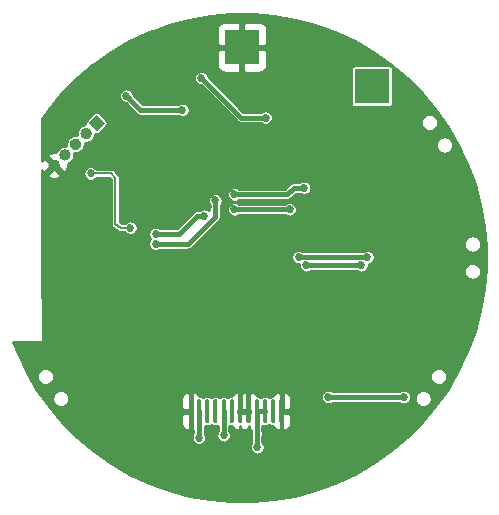
<source format=gbr>
G04 #@! TF.GenerationSoftware,KiCad,Pcbnew,(5.1.6)-1*
G04 #@! TF.CreationDate,2020-05-24T14:26:43-05:00*
G04 #@! TF.ProjectId,nrf,6e72662e-6b69-4636-9164-5f7063625858,rev?*
G04 #@! TF.SameCoordinates,Original*
G04 #@! TF.FileFunction,Copper,L2,Bot*
G04 #@! TF.FilePolarity,Positive*
%FSLAX46Y46*%
G04 Gerber Fmt 4.6, Leading zero omitted, Abs format (unit mm)*
G04 Created by KiCad (PCBNEW (5.1.6)-1) date 2020-05-24 14:26:43*
%MOMM*%
%LPD*%
G01*
G04 APERTURE LIST*
G04 #@! TA.AperFunction,ComponentPad*
%ADD10C,0.100000*%
G04 #@! TD*
G04 #@! TA.AperFunction,SMDPad,CuDef*
%ADD11R,3.000000X3.000000*%
G04 #@! TD*
G04 #@! TA.AperFunction,ViaPad*
%ADD12C,0.685800*%
G04 #@! TD*
G04 #@! TA.AperFunction,Conductor*
%ADD13C,0.400000*%
G04 #@! TD*
G04 #@! TA.AperFunction,Conductor*
%ADD14C,0.200000*%
G04 #@! TD*
G04 #@! TA.AperFunction,Conductor*
%ADD15C,0.254000*%
G04 #@! TD*
G04 APERTURE END LIST*
G04 #@! TA.AperFunction,ComponentPad*
D10*
G36*
X126988944Y-98603949D02*
G01*
X127696051Y-97896842D01*
X128403158Y-98603949D01*
X127696051Y-99311056D01*
X126988944Y-98603949D01*
G37*
G04 #@! TD.AperFunction*
G04 #@! TA.AperFunction,ComponentPad*
G36*
G01*
X126444472Y-99148422D02*
X126444472Y-99148422D01*
G75*
G02*
X127151578Y-99148422I353553J-353553D01*
G01*
X127151578Y-99148422D01*
G75*
G02*
X127151578Y-99855528I-353553J-353553D01*
G01*
X127151578Y-99855528D01*
G75*
G02*
X126444472Y-99855528I-353553J353553D01*
G01*
X126444472Y-99855528D01*
G75*
G02*
X126444472Y-99148422I353553J353553D01*
G01*
G37*
G04 #@! TD.AperFunction*
G04 #@! TA.AperFunction,ComponentPad*
G36*
G01*
X125446846Y-100188691D02*
X125446846Y-100188691D01*
G75*
G02*
X126111309Y-99946846I453154J-211309D01*
G01*
X126111309Y-99946846D01*
G75*
G02*
X126353154Y-100611309I-211309J-453154D01*
G01*
X126353154Y-100611309D01*
G75*
G02*
X125688691Y-100853154I-453154J211309D01*
G01*
X125688691Y-100853154D01*
G75*
G02*
X125446846Y-100188691I211309J453154D01*
G01*
G37*
G04 #@! TD.AperFunction*
G04 #@! TA.AperFunction,ComponentPad*
G36*
G01*
X124648421Y-100944473D02*
X124648421Y-100944473D01*
G75*
G02*
X125355527Y-100944473I353553J-353553D01*
G01*
X125355527Y-100944473D01*
G75*
G02*
X125355527Y-101651579I-353553J-353553D01*
G01*
X125355527Y-101651579D01*
G75*
G02*
X124648421Y-101651579I-353553J353553D01*
G01*
X124648421Y-101651579D01*
G75*
G02*
X124648421Y-100944473I353553J353553D01*
G01*
G37*
G04 #@! TD.AperFunction*
G04 #@! TA.AperFunction,ComponentPad*
G36*
G01*
X123750396Y-101842498D02*
X123750396Y-101842498D01*
G75*
G02*
X124457502Y-101842498I353553J-353553D01*
G01*
X124457502Y-101842498D01*
G75*
G02*
X124457502Y-102549604I-353553J-353553D01*
G01*
X124457502Y-102549604D01*
G75*
G02*
X123750396Y-102549604I-353553J353553D01*
G01*
X123750396Y-102549604D01*
G75*
G02*
X123750396Y-101842498I353553J353553D01*
G01*
G37*
G04 #@! TD.AperFunction*
G04 #@! TA.AperFunction,SMDPad,CuDef*
G36*
G01*
X138975000Y-123912500D02*
X138975000Y-122087500D01*
G75*
G02*
X139062500Y-122000000I87500J0D01*
G01*
X139237500Y-122000000D01*
G75*
G02*
X139325000Y-122087500I0J-87500D01*
G01*
X139325000Y-123912500D01*
G75*
G02*
X139237500Y-124000000I-87500J0D01*
G01*
X139062500Y-124000000D01*
G75*
G02*
X138975000Y-123912500I0J87500D01*
G01*
G37*
G04 #@! TD.AperFunction*
G04 #@! TA.AperFunction,SMDPad,CuDef*
G36*
G01*
X138275000Y-123912500D02*
X138275000Y-122087500D01*
G75*
G02*
X138362500Y-122000000I87500J0D01*
G01*
X138537500Y-122000000D01*
G75*
G02*
X138625000Y-122087500I0J-87500D01*
G01*
X138625000Y-123912500D01*
G75*
G02*
X138537500Y-124000000I-87500J0D01*
G01*
X138362500Y-124000000D01*
G75*
G02*
X138275000Y-123912500I0J87500D01*
G01*
G37*
G04 #@! TD.AperFunction*
G04 #@! TA.AperFunction,SMDPad,CuDef*
G36*
G01*
X139675000Y-123912500D02*
X139675000Y-122087500D01*
G75*
G02*
X139762500Y-122000000I87500J0D01*
G01*
X139937500Y-122000000D01*
G75*
G02*
X140025000Y-122087500I0J-87500D01*
G01*
X140025000Y-123912500D01*
G75*
G02*
X139937500Y-124000000I-87500J0D01*
G01*
X139762500Y-124000000D01*
G75*
G02*
X139675000Y-123912500I0J87500D01*
G01*
G37*
G04 #@! TD.AperFunction*
G04 #@! TA.AperFunction,SMDPad,CuDef*
G36*
G01*
X140375000Y-123912500D02*
X140375000Y-122087500D01*
G75*
G02*
X140462500Y-122000000I87500J0D01*
G01*
X140637500Y-122000000D01*
G75*
G02*
X140725000Y-122087500I0J-87500D01*
G01*
X140725000Y-123912500D01*
G75*
G02*
X140637500Y-124000000I-87500J0D01*
G01*
X140462500Y-124000000D01*
G75*
G02*
X140375000Y-123912500I0J87500D01*
G01*
G37*
G04 #@! TD.AperFunction*
G04 #@! TA.AperFunction,SMDPad,CuDef*
G36*
G01*
X141075000Y-123912500D02*
X141075000Y-122087500D01*
G75*
G02*
X141162500Y-122000000I87500J0D01*
G01*
X141337500Y-122000000D01*
G75*
G02*
X141425000Y-122087500I0J-87500D01*
G01*
X141425000Y-123912500D01*
G75*
G02*
X141337500Y-124000000I-87500J0D01*
G01*
X141162500Y-124000000D01*
G75*
G02*
X141075000Y-123912500I0J87500D01*
G01*
G37*
G04 #@! TD.AperFunction*
G04 #@! TA.AperFunction,SMDPad,CuDef*
G36*
G01*
X141775000Y-123912500D02*
X141775000Y-122087500D01*
G75*
G02*
X141862500Y-122000000I87500J0D01*
G01*
X142037500Y-122000000D01*
G75*
G02*
X142125000Y-122087500I0J-87500D01*
G01*
X142125000Y-123912500D01*
G75*
G02*
X142037500Y-124000000I-87500J0D01*
G01*
X141862500Y-124000000D01*
G75*
G02*
X141775000Y-123912500I0J87500D01*
G01*
G37*
G04 #@! TD.AperFunction*
G04 #@! TA.AperFunction,SMDPad,CuDef*
G36*
G01*
X137575000Y-123912500D02*
X137575000Y-122087500D01*
G75*
G02*
X137662500Y-122000000I87500J0D01*
G01*
X137837500Y-122000000D01*
G75*
G02*
X137925000Y-122087500I0J-87500D01*
G01*
X137925000Y-123912500D01*
G75*
G02*
X137837500Y-124000000I-87500J0D01*
G01*
X137662500Y-124000000D01*
G75*
G02*
X137575000Y-123912500I0J87500D01*
G01*
G37*
G04 #@! TD.AperFunction*
G04 #@! TA.AperFunction,SMDPad,CuDef*
G36*
G01*
X136875000Y-123912500D02*
X136875000Y-122087500D01*
G75*
G02*
X136962500Y-122000000I87500J0D01*
G01*
X137137500Y-122000000D01*
G75*
G02*
X137225000Y-122087500I0J-87500D01*
G01*
X137225000Y-123912500D01*
G75*
G02*
X137137500Y-124000000I-87500J0D01*
G01*
X136962500Y-124000000D01*
G75*
G02*
X136875000Y-123912500I0J87500D01*
G01*
G37*
G04 #@! TD.AperFunction*
G04 #@! TA.AperFunction,SMDPad,CuDef*
G36*
G01*
X136175000Y-123912500D02*
X136175000Y-122087500D01*
G75*
G02*
X136262500Y-122000000I87500J0D01*
G01*
X136437500Y-122000000D01*
G75*
G02*
X136525000Y-122087500I0J-87500D01*
G01*
X136525000Y-123912500D01*
G75*
G02*
X136437500Y-124000000I-87500J0D01*
G01*
X136262500Y-124000000D01*
G75*
G02*
X136175000Y-123912500I0J87500D01*
G01*
G37*
G04 #@! TD.AperFunction*
G04 #@! TA.AperFunction,SMDPad,CuDef*
G36*
G01*
X135475000Y-123912500D02*
X135475000Y-122087500D01*
G75*
G02*
X135562500Y-122000000I87500J0D01*
G01*
X135737500Y-122000000D01*
G75*
G02*
X135825000Y-122087500I0J-87500D01*
G01*
X135825000Y-123912500D01*
G75*
G02*
X135737500Y-124000000I-87500J0D01*
G01*
X135562500Y-124000000D01*
G75*
G02*
X135475000Y-123912500I0J87500D01*
G01*
G37*
G04 #@! TD.AperFunction*
G04 #@! TA.AperFunction,SMDPad,CuDef*
G36*
G01*
X142475000Y-123912500D02*
X142475000Y-122087500D01*
G75*
G02*
X142562500Y-122000000I87500J0D01*
G01*
X142737500Y-122000000D01*
G75*
G02*
X142825000Y-122087500I0J-87500D01*
G01*
X142825000Y-123912500D01*
G75*
G02*
X142737500Y-124000000I-87500J0D01*
G01*
X142562500Y-124000000D01*
G75*
G02*
X142475000Y-123912500I0J87500D01*
G01*
G37*
G04 #@! TD.AperFunction*
G04 #@! TA.AperFunction,SMDPad,CuDef*
G36*
G01*
X143175000Y-123912500D02*
X143175000Y-122087500D01*
G75*
G02*
X143262500Y-122000000I87500J0D01*
G01*
X143437500Y-122000000D01*
G75*
G02*
X143525000Y-122087500I0J-87500D01*
G01*
X143525000Y-123912500D01*
G75*
G02*
X143437500Y-124000000I-87500J0D01*
G01*
X143262500Y-124000000D01*
G75*
G02*
X143175000Y-123912500I0J87500D01*
G01*
G37*
G04 #@! TD.AperFunction*
D11*
X140000000Y-92200000D03*
X151000000Y-95500000D03*
D12*
X153000000Y-98900000D03*
X146500000Y-102600000D03*
X157700000Y-109100000D03*
X156600000Y-117200000D03*
X136400000Y-128600000D03*
X138400000Y-128600000D03*
X143200000Y-125900000D03*
X135600000Y-114800000D03*
X138800000Y-113000000D03*
X138900000Y-114500000D03*
X125900000Y-119900000D03*
X127000000Y-119800000D03*
X127300000Y-121200000D03*
X123700000Y-115600000D03*
X124900000Y-115600000D03*
X136500000Y-100100000D03*
X142500000Y-99250000D03*
X143100000Y-102000000D03*
X135800000Y-100950000D03*
X132800000Y-96000000D03*
X143900000Y-97100000D03*
X144850000Y-98400000D03*
X144900000Y-99850000D03*
X134700000Y-104350000D03*
X135650000Y-106000000D03*
X135650000Y-105150000D03*
X138450000Y-106600000D03*
X123700000Y-106300000D03*
X123750000Y-104400000D03*
X126350000Y-103750000D03*
X145850000Y-118100000D03*
X144000000Y-93550000D03*
X149750000Y-100350000D03*
X145650000Y-105650000D03*
X141300000Y-126050000D03*
X144800000Y-109949889D03*
X150599889Y-109949889D03*
X145445189Y-110645189D03*
X150095189Y-110645189D03*
X147300000Y-121800000D03*
X153700000Y-121800000D03*
X136550000Y-94800000D03*
X142000000Y-98150000D03*
X138450000Y-125050000D03*
X136350000Y-125250000D03*
X132700000Y-108000000D03*
X136800000Y-106450000D03*
X139354699Y-105904699D03*
X144045301Y-105904699D03*
X132700000Y-108838203D03*
X137750000Y-105150000D03*
X139350000Y-104650000D03*
X145250000Y-104100000D03*
X130536000Y-107475840D03*
X127198440Y-102873360D03*
X134950000Y-97500000D03*
X130200000Y-96300000D03*
D13*
X140550000Y-123000000D02*
X140550000Y-120950000D01*
X139850000Y-123000000D02*
X139850000Y-120900000D01*
X143350000Y-123000000D02*
X143350000Y-120850000D01*
X135650000Y-123000000D02*
X135650000Y-121050000D01*
X135650000Y-121050000D02*
X135650000Y-124550000D01*
X141250000Y-123000000D02*
X141250000Y-124850000D01*
X141250000Y-124850000D02*
X141300000Y-124900000D01*
X141250000Y-126000000D02*
X141300000Y-126050000D01*
X141250000Y-124850000D02*
X141250000Y-126000000D01*
X141250000Y-123000000D02*
X141950000Y-123000000D01*
X144800000Y-109949889D02*
X150599889Y-109949889D01*
X145445189Y-110645189D02*
X150095189Y-110645189D01*
X147300000Y-121800000D02*
X153700000Y-121800000D01*
X136550000Y-94800000D02*
X139900000Y-98150000D01*
X139900000Y-98150000D02*
X142000000Y-98150000D01*
X138450000Y-123000000D02*
X138450000Y-125050000D01*
X136350000Y-123000000D02*
X136350000Y-125250000D01*
X134679046Y-108000000D02*
X136229046Y-106450000D01*
X132700000Y-108000000D02*
X134679046Y-108000000D01*
X136229046Y-106450000D02*
X136800000Y-106450000D01*
X139354699Y-105904699D02*
X144045301Y-105904699D01*
X135440843Y-108838203D02*
X132700000Y-108838203D01*
X137700000Y-106579046D02*
X135440843Y-108838203D01*
X137750000Y-105150000D02*
X137700000Y-106579046D01*
X139350000Y-104650000D02*
X143819648Y-104650000D01*
X144369648Y-104100000D02*
X145250000Y-104100000D01*
X143819648Y-104650000D02*
X144369648Y-104100000D01*
D14*
X128950000Y-102850000D02*
X127198440Y-102873360D01*
X129268807Y-103231193D02*
X128950000Y-102850000D01*
X129249980Y-107150020D02*
X129268807Y-103231193D01*
X130536000Y-107475840D02*
X129724160Y-107475840D01*
X129724160Y-107475840D02*
X129249980Y-107150020D01*
D13*
X130400000Y-96500000D02*
X130200000Y-96300000D01*
X131400000Y-97500000D02*
X130200000Y-96300000D01*
X134950000Y-97500000D02*
X131400000Y-97500000D01*
D15*
G36*
X142694792Y-89531026D02*
G01*
X144468526Y-89843783D01*
X146208252Y-90309941D01*
X147900729Y-90925953D01*
X149533077Y-91687129D01*
X151092873Y-92587678D01*
X152568245Y-93620744D01*
X153947965Y-94778467D01*
X155221533Y-96052035D01*
X156379256Y-97431755D01*
X157412322Y-98907127D01*
X158312871Y-100466923D01*
X159074047Y-102099271D01*
X159690059Y-103791748D01*
X160156217Y-105531474D01*
X160468974Y-107305208D01*
X160625950Y-109099452D01*
X160625950Y-110900548D01*
X160468974Y-112694792D01*
X160156217Y-114468526D01*
X159690059Y-116208252D01*
X159074047Y-117900729D01*
X158312871Y-119533077D01*
X157412322Y-121092873D01*
X156379256Y-122568245D01*
X155221533Y-123947965D01*
X153947965Y-125221533D01*
X152568245Y-126379256D01*
X151092873Y-127412322D01*
X149533077Y-128312871D01*
X147900729Y-129074047D01*
X146208252Y-129690059D01*
X144468526Y-130156217D01*
X142694792Y-130468974D01*
X140900548Y-130625950D01*
X139099452Y-130625950D01*
X137305208Y-130468974D01*
X135531474Y-130156217D01*
X133791748Y-129690059D01*
X132099271Y-129074047D01*
X130466923Y-128312871D01*
X128907127Y-127412322D01*
X127431755Y-126379256D01*
X126052035Y-125221533D01*
X124822814Y-123992312D01*
X134836974Y-123992312D01*
X134847734Y-124116933D01*
X134882599Y-124237059D01*
X134940230Y-124348076D01*
X135018412Y-124445716D01*
X135114140Y-124526228D01*
X135223736Y-124586517D01*
X135342987Y-124624266D01*
X135443250Y-124635000D01*
X135602000Y-124476250D01*
X135602000Y-123127000D01*
X134998750Y-123127000D01*
X134840000Y-123285750D01*
X134836974Y-123992312D01*
X124822814Y-123992312D01*
X124778467Y-123947965D01*
X123620744Y-122568245D01*
X123131958Y-121870185D01*
X123930213Y-121870185D01*
X123930213Y-122013865D01*
X123958244Y-122154783D01*
X124013227Y-122287525D01*
X124093051Y-122406990D01*
X124194648Y-122508587D01*
X124314113Y-122588411D01*
X124446855Y-122643394D01*
X124587773Y-122671425D01*
X124731453Y-122671425D01*
X124872371Y-122643394D01*
X125005113Y-122588411D01*
X125124578Y-122508587D01*
X125226175Y-122406990D01*
X125305999Y-122287525D01*
X125360982Y-122154783D01*
X125389013Y-122013865D01*
X125389013Y-122007688D01*
X134836974Y-122007688D01*
X134840000Y-122714250D01*
X134998750Y-122873000D01*
X135602000Y-122873000D01*
X135602000Y-121523750D01*
X135698000Y-121523750D01*
X135698000Y-122873000D01*
X135797000Y-122873000D01*
X135797000Y-123127000D01*
X135698000Y-123127000D01*
X135698000Y-124476250D01*
X135856750Y-124635000D01*
X135870601Y-124633517D01*
X135870601Y-124849334D01*
X135866628Y-124853307D01*
X135798525Y-124955230D01*
X135751615Y-125068482D01*
X135727700Y-125188709D01*
X135727700Y-125311291D01*
X135751615Y-125431518D01*
X135798525Y-125544770D01*
X135866628Y-125646693D01*
X135953307Y-125733372D01*
X136055230Y-125801475D01*
X136168482Y-125848385D01*
X136288709Y-125872300D01*
X136411291Y-125872300D01*
X136531518Y-125848385D01*
X136644770Y-125801475D01*
X136746693Y-125733372D01*
X136833372Y-125646693D01*
X136901475Y-125544770D01*
X136948385Y-125431518D01*
X136972300Y-125311291D01*
X136972300Y-125188709D01*
X136948385Y-125068482D01*
X136901475Y-124955230D01*
X136833372Y-124853307D01*
X136829400Y-124849335D01*
X136829400Y-124255093D01*
X136890658Y-124273675D01*
X136962500Y-124280751D01*
X137137500Y-124280751D01*
X137209342Y-124273675D01*
X137278424Y-124252720D01*
X137342089Y-124218690D01*
X137397893Y-124172893D01*
X137400000Y-124170326D01*
X137402107Y-124172893D01*
X137457911Y-124218690D01*
X137521576Y-124252720D01*
X137590658Y-124273675D01*
X137662500Y-124280751D01*
X137837500Y-124280751D01*
X137909342Y-124273675D01*
X137970601Y-124255093D01*
X137970601Y-124649334D01*
X137966628Y-124653307D01*
X137898525Y-124755230D01*
X137851615Y-124868482D01*
X137827700Y-124988709D01*
X137827700Y-125111291D01*
X137851615Y-125231518D01*
X137898525Y-125344770D01*
X137966628Y-125446693D01*
X138053307Y-125533372D01*
X138155230Y-125601475D01*
X138268482Y-125648385D01*
X138388709Y-125672300D01*
X138511291Y-125672300D01*
X138631518Y-125648385D01*
X138744770Y-125601475D01*
X138846693Y-125533372D01*
X138933372Y-125446693D01*
X139001475Y-125344770D01*
X139048385Y-125231518D01*
X139072300Y-125111291D01*
X139072300Y-124988709D01*
X139048385Y-124868482D01*
X139001475Y-124755230D01*
X138933372Y-124653307D01*
X138929400Y-124649335D01*
X138929400Y-124255093D01*
X138990658Y-124273675D01*
X139062500Y-124280751D01*
X139105280Y-124280751D01*
X139140230Y-124348076D01*
X139218412Y-124445716D01*
X139314140Y-124526228D01*
X139423736Y-124586517D01*
X139542987Y-124624266D01*
X139643250Y-124635000D01*
X139802000Y-124476250D01*
X139802000Y-124274432D01*
X139840230Y-124348076D01*
X139898000Y-124420224D01*
X139898000Y-124476250D01*
X140056750Y-124635000D01*
X140157013Y-124624266D01*
X140200000Y-124610658D01*
X140242987Y-124624266D01*
X140343250Y-124635000D01*
X140502000Y-124476250D01*
X140502000Y-124420224D01*
X140559770Y-124348076D01*
X140598000Y-124274432D01*
X140598000Y-124476250D01*
X140756750Y-124635000D01*
X140770601Y-124633517D01*
X140770601Y-124826445D01*
X140768281Y-124850000D01*
X140770600Y-124873546D01*
X140770601Y-125722191D01*
X140748525Y-125755230D01*
X140701615Y-125868482D01*
X140677700Y-125988709D01*
X140677700Y-126111291D01*
X140701615Y-126231518D01*
X140748525Y-126344770D01*
X140816628Y-126446693D01*
X140903307Y-126533372D01*
X141005230Y-126601475D01*
X141118482Y-126648385D01*
X141238709Y-126672300D01*
X141361291Y-126672300D01*
X141481518Y-126648385D01*
X141594770Y-126601475D01*
X141696693Y-126533372D01*
X141783372Y-126446693D01*
X141851475Y-126344770D01*
X141898385Y-126231518D01*
X141922300Y-126111291D01*
X141922300Y-125988709D01*
X141898385Y-125868482D01*
X141851475Y-125755230D01*
X141783372Y-125653307D01*
X141729400Y-125599335D01*
X141729400Y-125113625D01*
X141745050Y-125084345D01*
X141772463Y-124993978D01*
X141781719Y-124900000D01*
X141772463Y-124806022D01*
X141745050Y-124715655D01*
X141729400Y-124686375D01*
X141729400Y-124255093D01*
X141790658Y-124273675D01*
X141862500Y-124280751D01*
X142037500Y-124280751D01*
X142109342Y-124273675D01*
X142178424Y-124252720D01*
X142242089Y-124218690D01*
X142297893Y-124172893D01*
X142300000Y-124170326D01*
X142302107Y-124172893D01*
X142357911Y-124218690D01*
X142421576Y-124252720D01*
X142490658Y-124273675D01*
X142562500Y-124280751D01*
X142605280Y-124280751D01*
X142640230Y-124348076D01*
X142718412Y-124445716D01*
X142814140Y-124526228D01*
X142923736Y-124586517D01*
X143042987Y-124624266D01*
X143143250Y-124635000D01*
X143302000Y-124476250D01*
X143302000Y-123127000D01*
X143398000Y-123127000D01*
X143398000Y-124476250D01*
X143556750Y-124635000D01*
X143657013Y-124624266D01*
X143776264Y-124586517D01*
X143885860Y-124526228D01*
X143981588Y-124445716D01*
X144059770Y-124348076D01*
X144117401Y-124237059D01*
X144152266Y-124116933D01*
X144163026Y-123992312D01*
X144160000Y-123285750D01*
X144001250Y-123127000D01*
X143398000Y-123127000D01*
X143302000Y-123127000D01*
X143203000Y-123127000D01*
X143203000Y-122873000D01*
X143302000Y-122873000D01*
X143302000Y-121523750D01*
X143398000Y-121523750D01*
X143398000Y-122873000D01*
X144001250Y-122873000D01*
X144160000Y-122714250D01*
X144163026Y-122007688D01*
X144152266Y-121883067D01*
X144117401Y-121762941D01*
X144104822Y-121738709D01*
X146677700Y-121738709D01*
X146677700Y-121861291D01*
X146701615Y-121981518D01*
X146748525Y-122094770D01*
X146816628Y-122196693D01*
X146903307Y-122283372D01*
X147005230Y-122351475D01*
X147118482Y-122398385D01*
X147238709Y-122422300D01*
X147361291Y-122422300D01*
X147481518Y-122398385D01*
X147594770Y-122351475D01*
X147696693Y-122283372D01*
X147700665Y-122279400D01*
X153299335Y-122279400D01*
X153303307Y-122283372D01*
X153405230Y-122351475D01*
X153518482Y-122398385D01*
X153638709Y-122422300D01*
X153761291Y-122422300D01*
X153881518Y-122398385D01*
X153994770Y-122351475D01*
X154096693Y-122283372D01*
X154183372Y-122196693D01*
X154251475Y-122094770D01*
X154298385Y-121981518D01*
X154320530Y-121870185D01*
X154610987Y-121870185D01*
X154610987Y-122013865D01*
X154639018Y-122154783D01*
X154694001Y-122287525D01*
X154773825Y-122406990D01*
X154875422Y-122508587D01*
X154994887Y-122588411D01*
X155127629Y-122643394D01*
X155268547Y-122671425D01*
X155412227Y-122671425D01*
X155553145Y-122643394D01*
X155685887Y-122588411D01*
X155805352Y-122508587D01*
X155906949Y-122406990D01*
X155986773Y-122287525D01*
X156041756Y-122154783D01*
X156069787Y-122013865D01*
X156069787Y-121870185D01*
X156041756Y-121729267D01*
X155986773Y-121596525D01*
X155906949Y-121477060D01*
X155805352Y-121375463D01*
X155685887Y-121295639D01*
X155553145Y-121240656D01*
X155412227Y-121212625D01*
X155268547Y-121212625D01*
X155127629Y-121240656D01*
X154994887Y-121295639D01*
X154875422Y-121375463D01*
X154773825Y-121477060D01*
X154694001Y-121596525D01*
X154639018Y-121729267D01*
X154610987Y-121870185D01*
X154320530Y-121870185D01*
X154322300Y-121861291D01*
X154322300Y-121738709D01*
X154298385Y-121618482D01*
X154251475Y-121505230D01*
X154183372Y-121403307D01*
X154096693Y-121316628D01*
X153994770Y-121248525D01*
X153881518Y-121201615D01*
X153761291Y-121177700D01*
X153638709Y-121177700D01*
X153518482Y-121201615D01*
X153405230Y-121248525D01*
X153303307Y-121316628D01*
X153299335Y-121320600D01*
X147700665Y-121320600D01*
X147696693Y-121316628D01*
X147594770Y-121248525D01*
X147481518Y-121201615D01*
X147361291Y-121177700D01*
X147238709Y-121177700D01*
X147118482Y-121201615D01*
X147005230Y-121248525D01*
X146903307Y-121316628D01*
X146816628Y-121403307D01*
X146748525Y-121505230D01*
X146701615Y-121618482D01*
X146677700Y-121738709D01*
X144104822Y-121738709D01*
X144059770Y-121651924D01*
X143981588Y-121554284D01*
X143885860Y-121473772D01*
X143776264Y-121413483D01*
X143657013Y-121375734D01*
X143556750Y-121365000D01*
X143398000Y-121523750D01*
X143302000Y-121523750D01*
X143143250Y-121365000D01*
X143042987Y-121375734D01*
X142923736Y-121413483D01*
X142814140Y-121473772D01*
X142718412Y-121554284D01*
X142640230Y-121651924D01*
X142605280Y-121719249D01*
X142562500Y-121719249D01*
X142490658Y-121726325D01*
X142421576Y-121747280D01*
X142357911Y-121781310D01*
X142302107Y-121827107D01*
X142300000Y-121829674D01*
X142297893Y-121827107D01*
X142242089Y-121781310D01*
X142178424Y-121747280D01*
X142109342Y-121726325D01*
X142037500Y-121719249D01*
X141862500Y-121719249D01*
X141790658Y-121726325D01*
X141721576Y-121747280D01*
X141657911Y-121781310D01*
X141602107Y-121827107D01*
X141600000Y-121829674D01*
X141597893Y-121827107D01*
X141542089Y-121781310D01*
X141478424Y-121747280D01*
X141409342Y-121726325D01*
X141337500Y-121719249D01*
X141294720Y-121719249D01*
X141259770Y-121651924D01*
X141181588Y-121554284D01*
X141085860Y-121473772D01*
X140976264Y-121413483D01*
X140857013Y-121375734D01*
X140756750Y-121365000D01*
X140598000Y-121523750D01*
X140598000Y-121725568D01*
X140559770Y-121651924D01*
X140502000Y-121579776D01*
X140502000Y-121523750D01*
X140343250Y-121365000D01*
X140242987Y-121375734D01*
X140200000Y-121389342D01*
X140157013Y-121375734D01*
X140056750Y-121365000D01*
X139898000Y-121523750D01*
X139898000Y-121579776D01*
X139840230Y-121651924D01*
X139802000Y-121725568D01*
X139802000Y-121523750D01*
X139643250Y-121365000D01*
X139542987Y-121375734D01*
X139423736Y-121413483D01*
X139314140Y-121473772D01*
X139218412Y-121554284D01*
X139140230Y-121651924D01*
X139105280Y-121719249D01*
X139062500Y-121719249D01*
X138990658Y-121726325D01*
X138921576Y-121747280D01*
X138857911Y-121781310D01*
X138802107Y-121827107D01*
X138800000Y-121829674D01*
X138797893Y-121827107D01*
X138742089Y-121781310D01*
X138678424Y-121747280D01*
X138609342Y-121726325D01*
X138537500Y-121719249D01*
X138362500Y-121719249D01*
X138290658Y-121726325D01*
X138221576Y-121747280D01*
X138157911Y-121781310D01*
X138102107Y-121827107D01*
X138100000Y-121829674D01*
X138097893Y-121827107D01*
X138042089Y-121781310D01*
X137978424Y-121747280D01*
X137909342Y-121726325D01*
X137837500Y-121719249D01*
X137662500Y-121719249D01*
X137590658Y-121726325D01*
X137521576Y-121747280D01*
X137457911Y-121781310D01*
X137402107Y-121827107D01*
X137400000Y-121829674D01*
X137397893Y-121827107D01*
X137342089Y-121781310D01*
X137278424Y-121747280D01*
X137209342Y-121726325D01*
X137137500Y-121719249D01*
X136962500Y-121719249D01*
X136890658Y-121726325D01*
X136821576Y-121747280D01*
X136757911Y-121781310D01*
X136702107Y-121827107D01*
X136700000Y-121829674D01*
X136697893Y-121827107D01*
X136642089Y-121781310D01*
X136578424Y-121747280D01*
X136509342Y-121726325D01*
X136437500Y-121719249D01*
X136394720Y-121719249D01*
X136359770Y-121651924D01*
X136281588Y-121554284D01*
X136185860Y-121473772D01*
X136076264Y-121413483D01*
X135957013Y-121375734D01*
X135856750Y-121365000D01*
X135698000Y-121523750D01*
X135602000Y-121523750D01*
X135443250Y-121365000D01*
X135342987Y-121375734D01*
X135223736Y-121413483D01*
X135114140Y-121473772D01*
X135018412Y-121554284D01*
X134940230Y-121651924D01*
X134882599Y-121762941D01*
X134847734Y-121883067D01*
X134836974Y-122007688D01*
X125389013Y-122007688D01*
X125389013Y-121870185D01*
X125360982Y-121729267D01*
X125305999Y-121596525D01*
X125226175Y-121477060D01*
X125124578Y-121375463D01*
X125005113Y-121295639D01*
X124872371Y-121240656D01*
X124731453Y-121212625D01*
X124587773Y-121212625D01*
X124446855Y-121240656D01*
X124314113Y-121295639D01*
X124194648Y-121375463D01*
X124093051Y-121477060D01*
X124013227Y-121596525D01*
X123958244Y-121729267D01*
X123930213Y-121870185D01*
X123131958Y-121870185D01*
X122587678Y-121092873D01*
X121948703Y-119986135D01*
X122610987Y-119986135D01*
X122610987Y-120129815D01*
X122639018Y-120270733D01*
X122694001Y-120403475D01*
X122773825Y-120522940D01*
X122875422Y-120624537D01*
X122994887Y-120704361D01*
X123127629Y-120759344D01*
X123268547Y-120787375D01*
X123412227Y-120787375D01*
X123553145Y-120759344D01*
X123685887Y-120704361D01*
X123805352Y-120624537D01*
X123906949Y-120522940D01*
X123986773Y-120403475D01*
X124041756Y-120270733D01*
X124069787Y-120129815D01*
X124069787Y-119986135D01*
X155930213Y-119986135D01*
X155930213Y-120129815D01*
X155958244Y-120270733D01*
X156013227Y-120403475D01*
X156093051Y-120522940D01*
X156194648Y-120624537D01*
X156314113Y-120704361D01*
X156446855Y-120759344D01*
X156587773Y-120787375D01*
X156731453Y-120787375D01*
X156872371Y-120759344D01*
X157005113Y-120704361D01*
X157124578Y-120624537D01*
X157226175Y-120522940D01*
X157305999Y-120403475D01*
X157360982Y-120270733D01*
X157389013Y-120129815D01*
X157389013Y-119986135D01*
X157360982Y-119845217D01*
X157305999Y-119712475D01*
X157226175Y-119593010D01*
X157124578Y-119491413D01*
X157005113Y-119411589D01*
X156872371Y-119356606D01*
X156731453Y-119328575D01*
X156587773Y-119328575D01*
X156446855Y-119356606D01*
X156314113Y-119411589D01*
X156194648Y-119491413D01*
X156093051Y-119593010D01*
X156013227Y-119712475D01*
X155958244Y-119845217D01*
X155930213Y-119986135D01*
X124069787Y-119986135D01*
X124041756Y-119845217D01*
X123986773Y-119712475D01*
X123906949Y-119593010D01*
X123805352Y-119491413D01*
X123685887Y-119411589D01*
X123553145Y-119356606D01*
X123412227Y-119328575D01*
X123268547Y-119328575D01*
X123127629Y-119356606D01*
X122994887Y-119411589D01*
X122875422Y-119491413D01*
X122773825Y-119593010D01*
X122694001Y-119712475D01*
X122639018Y-119845217D01*
X122610987Y-119986135D01*
X121948703Y-119986135D01*
X121687129Y-119533077D01*
X120925953Y-117900729D01*
X120644338Y-117127000D01*
X123000000Y-117127000D01*
X123025390Y-117124436D01*
X123049178Y-117117092D01*
X123071077Y-117105248D01*
X123090244Y-117089359D01*
X123105943Y-117070036D01*
X123117571Y-117048022D01*
X123124680Y-117024163D01*
X123126998Y-116999374D01*
X123091970Y-109888598D01*
X144177700Y-109888598D01*
X144177700Y-110011180D01*
X144201615Y-110131407D01*
X144248525Y-110244659D01*
X144316628Y-110346582D01*
X144403307Y-110433261D01*
X144505230Y-110501364D01*
X144618482Y-110548274D01*
X144738709Y-110572189D01*
X144825218Y-110572189D01*
X144822889Y-110583898D01*
X144822889Y-110706480D01*
X144846804Y-110826707D01*
X144893714Y-110939959D01*
X144961817Y-111041882D01*
X145048496Y-111128561D01*
X145150419Y-111196664D01*
X145263671Y-111243574D01*
X145383898Y-111267489D01*
X145506480Y-111267489D01*
X145626707Y-111243574D01*
X145739959Y-111196664D01*
X145841882Y-111128561D01*
X145845854Y-111124589D01*
X149694524Y-111124589D01*
X149698496Y-111128561D01*
X149800419Y-111196664D01*
X149913671Y-111243574D01*
X150033898Y-111267489D01*
X150156480Y-111267489D01*
X150276707Y-111243574D01*
X150389959Y-111196664D01*
X150491882Y-111128561D01*
X150542283Y-111078160D01*
X158770600Y-111078160D01*
X158770600Y-111221840D01*
X158798631Y-111362758D01*
X158853614Y-111495500D01*
X158933438Y-111614965D01*
X159035035Y-111716562D01*
X159154500Y-111796386D01*
X159287242Y-111851369D01*
X159428160Y-111879400D01*
X159571840Y-111879400D01*
X159712758Y-111851369D01*
X159845500Y-111796386D01*
X159964965Y-111716562D01*
X160066562Y-111614965D01*
X160146386Y-111495500D01*
X160201369Y-111362758D01*
X160229400Y-111221840D01*
X160229400Y-111078160D01*
X160201369Y-110937242D01*
X160146386Y-110804500D01*
X160066562Y-110685035D01*
X159964965Y-110583438D01*
X159845500Y-110503614D01*
X159712758Y-110448631D01*
X159571840Y-110420600D01*
X159428160Y-110420600D01*
X159287242Y-110448631D01*
X159154500Y-110503614D01*
X159035035Y-110583438D01*
X158933438Y-110685035D01*
X158853614Y-110804500D01*
X158798631Y-110937242D01*
X158770600Y-111078160D01*
X150542283Y-111078160D01*
X150578561Y-111041882D01*
X150646664Y-110939959D01*
X150693574Y-110826707D01*
X150717489Y-110706480D01*
X150717489Y-110583898D01*
X150713105Y-110561860D01*
X150781407Y-110548274D01*
X150894659Y-110501364D01*
X150996582Y-110433261D01*
X151083261Y-110346582D01*
X151151364Y-110244659D01*
X151198274Y-110131407D01*
X151222189Y-110011180D01*
X151222189Y-109888598D01*
X151198274Y-109768371D01*
X151151364Y-109655119D01*
X151083261Y-109553196D01*
X150996582Y-109466517D01*
X150894659Y-109398414D01*
X150781407Y-109351504D01*
X150661180Y-109327589D01*
X150538598Y-109327589D01*
X150418371Y-109351504D01*
X150305119Y-109398414D01*
X150203196Y-109466517D01*
X150199224Y-109470489D01*
X145200665Y-109470489D01*
X145196693Y-109466517D01*
X145094770Y-109398414D01*
X144981518Y-109351504D01*
X144861291Y-109327589D01*
X144738709Y-109327589D01*
X144618482Y-109351504D01*
X144505230Y-109398414D01*
X144403307Y-109466517D01*
X144316628Y-109553196D01*
X144248525Y-109655119D01*
X144201615Y-109768371D01*
X144177700Y-109888598D01*
X123091970Y-109888598D01*
X123057894Y-102971131D01*
X123508474Y-102971131D01*
X123543744Y-103183173D01*
X123747086Y-103273497D01*
X123964142Y-103322415D01*
X124186571Y-103328048D01*
X124405825Y-103290178D01*
X124613477Y-103210261D01*
X124664151Y-103183167D01*
X124698593Y-102970300D01*
X124540362Y-102812069D01*
X126576140Y-102812069D01*
X126576140Y-102934651D01*
X126600055Y-103054878D01*
X126646965Y-103168130D01*
X126715068Y-103270053D01*
X126801747Y-103356732D01*
X126903670Y-103424835D01*
X127016922Y-103471745D01*
X127137149Y-103495660D01*
X127259731Y-103495660D01*
X127379958Y-103471745D01*
X127493210Y-103424835D01*
X127595133Y-103356732D01*
X127681812Y-103270053D01*
X127697795Y-103246133D01*
X128774692Y-103231771D01*
X128888745Y-103368143D01*
X128870681Y-107128018D01*
X128868778Y-107145072D01*
X128870503Y-107165266D01*
X128870495Y-107166829D01*
X128872095Y-107183910D01*
X128875137Y-107219534D01*
X128875572Y-107221038D01*
X128875718Y-107222597D01*
X128885941Y-107256890D01*
X128895901Y-107291327D01*
X128896622Y-107292720D01*
X128897069Y-107294218D01*
X128913794Y-107325873D01*
X128930273Y-107357689D01*
X128931250Y-107358911D01*
X128931982Y-107360297D01*
X128954573Y-107388095D01*
X128976930Y-107416071D01*
X128978128Y-107417081D01*
X128979115Y-107418295D01*
X129006669Y-107441130D01*
X129019763Y-107452164D01*
X129021048Y-107453047D01*
X129036657Y-107465983D01*
X129051756Y-107474147D01*
X129495979Y-107779384D01*
X129512357Y-107792825D01*
X129543126Y-107809271D01*
X129573707Y-107826131D01*
X129576076Y-107826883D01*
X129578268Y-107828055D01*
X129611691Y-107838194D01*
X129644936Y-107848752D01*
X129647403Y-107849027D01*
X129649785Y-107849750D01*
X129684589Y-107853178D01*
X129719211Y-107857042D01*
X129740316Y-107855240D01*
X130041073Y-107855240D01*
X130052628Y-107872533D01*
X130139307Y-107959212D01*
X130241230Y-108027315D01*
X130354482Y-108074225D01*
X130474709Y-108098140D01*
X130597291Y-108098140D01*
X130717518Y-108074225D01*
X130830770Y-108027315D01*
X130932693Y-107959212D01*
X130953196Y-107938709D01*
X132077700Y-107938709D01*
X132077700Y-108061291D01*
X132101615Y-108181518D01*
X132148525Y-108294770D01*
X132216628Y-108396693D01*
X132239037Y-108419102D01*
X132216628Y-108441510D01*
X132148525Y-108543433D01*
X132101615Y-108656685D01*
X132077700Y-108776912D01*
X132077700Y-108899494D01*
X132101615Y-109019721D01*
X132148525Y-109132973D01*
X132216628Y-109234896D01*
X132303307Y-109321575D01*
X132405230Y-109389678D01*
X132518482Y-109436588D01*
X132638709Y-109460503D01*
X132761291Y-109460503D01*
X132881518Y-109436588D01*
X132994770Y-109389678D01*
X133096693Y-109321575D01*
X133100665Y-109317603D01*
X135417298Y-109317603D01*
X135440843Y-109319922D01*
X135464388Y-109317603D01*
X135464389Y-109317603D01*
X135534822Y-109310666D01*
X135625189Y-109283253D01*
X135708472Y-109238738D01*
X135781470Y-109178830D01*
X135796486Y-109160533D01*
X136178859Y-108778160D01*
X158770600Y-108778160D01*
X158770600Y-108921840D01*
X158798631Y-109062758D01*
X158853614Y-109195500D01*
X158933438Y-109314965D01*
X159035035Y-109416562D01*
X159154500Y-109496386D01*
X159287242Y-109551369D01*
X159428160Y-109579400D01*
X159571840Y-109579400D01*
X159712758Y-109551369D01*
X159845500Y-109496386D01*
X159964965Y-109416562D01*
X160066562Y-109314965D01*
X160146386Y-109195500D01*
X160201369Y-109062758D01*
X160229400Y-108921840D01*
X160229400Y-108778160D01*
X160201369Y-108637242D01*
X160146386Y-108504500D01*
X160066562Y-108385035D01*
X159964965Y-108283438D01*
X159845500Y-108203614D01*
X159712758Y-108148631D01*
X159571840Y-108120600D01*
X159428160Y-108120600D01*
X159287242Y-108148631D01*
X159154500Y-108203614D01*
X159035035Y-108283438D01*
X158933438Y-108385035D01*
X158853614Y-108504500D01*
X158798631Y-108637242D01*
X158770600Y-108778160D01*
X136178859Y-108778160D01*
X138016392Y-106940628D01*
X138028507Y-106931375D01*
X138049688Y-106907332D01*
X138055636Y-106901384D01*
X138065275Y-106889639D01*
X138090931Y-106860516D01*
X138095171Y-106853210D01*
X138100534Y-106846675D01*
X138118843Y-106812421D01*
X138138331Y-106778841D01*
X138141065Y-106770845D01*
X138145049Y-106763392D01*
X138156322Y-106726232D01*
X138168887Y-106689488D01*
X138170009Y-106681113D01*
X138172462Y-106673026D01*
X138176268Y-106634386D01*
X138178283Y-106619340D01*
X138178577Y-106610939D01*
X138181718Y-106579047D01*
X138180224Y-106563875D01*
X138205432Y-105843408D01*
X138732399Y-105843408D01*
X138732399Y-105965990D01*
X138756314Y-106086217D01*
X138803224Y-106199469D01*
X138871327Y-106301392D01*
X138958006Y-106388071D01*
X139059929Y-106456174D01*
X139173181Y-106503084D01*
X139293408Y-106526999D01*
X139415990Y-106526999D01*
X139536217Y-106503084D01*
X139649469Y-106456174D01*
X139751392Y-106388071D01*
X139755364Y-106384099D01*
X143644636Y-106384099D01*
X143648608Y-106388071D01*
X143750531Y-106456174D01*
X143863783Y-106503084D01*
X143984010Y-106526999D01*
X144106592Y-106526999D01*
X144226819Y-106503084D01*
X144340071Y-106456174D01*
X144441994Y-106388071D01*
X144528673Y-106301392D01*
X144596776Y-106199469D01*
X144643686Y-106086217D01*
X144667601Y-105965990D01*
X144667601Y-105843408D01*
X144643686Y-105723181D01*
X144596776Y-105609929D01*
X144528673Y-105508006D01*
X144441994Y-105421327D01*
X144340071Y-105353224D01*
X144226819Y-105306314D01*
X144106592Y-105282399D01*
X143984010Y-105282399D01*
X143863783Y-105306314D01*
X143750531Y-105353224D01*
X143648608Y-105421327D01*
X143644636Y-105425299D01*
X139755364Y-105425299D01*
X139751392Y-105421327D01*
X139649469Y-105353224D01*
X139536217Y-105306314D01*
X139415990Y-105282399D01*
X139293408Y-105282399D01*
X139173181Y-105306314D01*
X139059929Y-105353224D01*
X138958006Y-105421327D01*
X138871327Y-105508006D01*
X138803224Y-105609929D01*
X138756314Y-105723181D01*
X138732399Y-105843408D01*
X138205432Y-105843408D01*
X138215177Y-105564888D01*
X138233372Y-105546693D01*
X138301475Y-105444770D01*
X138348385Y-105331518D01*
X138372300Y-105211291D01*
X138372300Y-105088709D01*
X138348385Y-104968482D01*
X138301475Y-104855230D01*
X138233372Y-104753307D01*
X138146693Y-104666628D01*
X138044770Y-104598525D01*
X138021072Y-104588709D01*
X138727700Y-104588709D01*
X138727700Y-104711291D01*
X138751615Y-104831518D01*
X138798525Y-104944770D01*
X138866628Y-105046693D01*
X138953307Y-105133372D01*
X139055230Y-105201475D01*
X139168482Y-105248385D01*
X139288709Y-105272300D01*
X139411291Y-105272300D01*
X139531518Y-105248385D01*
X139644770Y-105201475D01*
X139746693Y-105133372D01*
X139750665Y-105129400D01*
X143796103Y-105129400D01*
X143819648Y-105131719D01*
X143843193Y-105129400D01*
X143843194Y-105129400D01*
X143913627Y-105122463D01*
X144003994Y-105095050D01*
X144087277Y-105050535D01*
X144160275Y-104990627D01*
X144175291Y-104972330D01*
X144568222Y-104579400D01*
X144849335Y-104579400D01*
X144853307Y-104583372D01*
X144955230Y-104651475D01*
X145068482Y-104698385D01*
X145188709Y-104722300D01*
X145311291Y-104722300D01*
X145431518Y-104698385D01*
X145544770Y-104651475D01*
X145646693Y-104583372D01*
X145733372Y-104496693D01*
X145801475Y-104394770D01*
X145848385Y-104281518D01*
X145872300Y-104161291D01*
X145872300Y-104038709D01*
X145848385Y-103918482D01*
X145801475Y-103805230D01*
X145733372Y-103703307D01*
X145646693Y-103616628D01*
X145544770Y-103548525D01*
X145431518Y-103501615D01*
X145311291Y-103477700D01*
X145188709Y-103477700D01*
X145068482Y-103501615D01*
X144955230Y-103548525D01*
X144853307Y-103616628D01*
X144849335Y-103620600D01*
X144393182Y-103620600D01*
X144369647Y-103618282D01*
X144346112Y-103620600D01*
X144346102Y-103620600D01*
X144275669Y-103627537D01*
X144185302Y-103654950D01*
X144102019Y-103699465D01*
X144029021Y-103759373D01*
X144014009Y-103777665D01*
X143621075Y-104170600D01*
X139750665Y-104170600D01*
X139746693Y-104166628D01*
X139644770Y-104098525D01*
X139531518Y-104051615D01*
X139411291Y-104027700D01*
X139288709Y-104027700D01*
X139168482Y-104051615D01*
X139055230Y-104098525D01*
X138953307Y-104166628D01*
X138866628Y-104253307D01*
X138798525Y-104355230D01*
X138751615Y-104468482D01*
X138727700Y-104588709D01*
X138021072Y-104588709D01*
X137931518Y-104551615D01*
X137811291Y-104527700D01*
X137688709Y-104527700D01*
X137568482Y-104551615D01*
X137455230Y-104598525D01*
X137353307Y-104666628D01*
X137266628Y-104753307D01*
X137198525Y-104855230D01*
X137151615Y-104968482D01*
X137127700Y-105088709D01*
X137127700Y-105211291D01*
X137151615Y-105331518D01*
X137198525Y-105444770D01*
X137256935Y-105532186D01*
X137240212Y-106010147D01*
X137196693Y-105966628D01*
X137094770Y-105898525D01*
X136981518Y-105851615D01*
X136861291Y-105827700D01*
X136738709Y-105827700D01*
X136618482Y-105851615D01*
X136505230Y-105898525D01*
X136403307Y-105966628D01*
X136399335Y-105970600D01*
X136252591Y-105970600D01*
X136229045Y-105968281D01*
X136205500Y-105970600D01*
X136135067Y-105977537D01*
X136044700Y-106004950D01*
X135961417Y-106049465D01*
X135888419Y-106109373D01*
X135873408Y-106127664D01*
X134480473Y-107520600D01*
X133100665Y-107520600D01*
X133096693Y-107516628D01*
X132994770Y-107448525D01*
X132881518Y-107401615D01*
X132761291Y-107377700D01*
X132638709Y-107377700D01*
X132518482Y-107401615D01*
X132405230Y-107448525D01*
X132303307Y-107516628D01*
X132216628Y-107603307D01*
X132148525Y-107705230D01*
X132101615Y-107818482D01*
X132077700Y-107938709D01*
X130953196Y-107938709D01*
X131019372Y-107872533D01*
X131087475Y-107770610D01*
X131134385Y-107657358D01*
X131158300Y-107537131D01*
X131158300Y-107414549D01*
X131134385Y-107294322D01*
X131087475Y-107181070D01*
X131019372Y-107079147D01*
X130932693Y-106992468D01*
X130830770Y-106924365D01*
X130717518Y-106877455D01*
X130597291Y-106853540D01*
X130474709Y-106853540D01*
X130354482Y-106877455D01*
X130241230Y-106924365D01*
X130139307Y-106992468D01*
X130052628Y-107079147D01*
X130041073Y-107096440D01*
X129841944Y-107096440D01*
X129630340Y-106951042D01*
X129648036Y-103267682D01*
X129648537Y-103265035D01*
X129648215Y-103230412D01*
X129648292Y-103214385D01*
X129648041Y-103211705D01*
X129647842Y-103190304D01*
X129644566Y-103174596D01*
X129643069Y-103158616D01*
X129636954Y-103138104D01*
X129632582Y-103117143D01*
X129626300Y-103102366D01*
X129621718Y-103086996D01*
X129611726Y-103068084D01*
X129603343Y-103048365D01*
X129594295Y-103035093D01*
X129586805Y-103020916D01*
X129573312Y-103004312D01*
X129571792Y-103002083D01*
X129561479Y-102989752D01*
X129539672Y-102962918D01*
X129537602Y-102961202D01*
X129264504Y-102634663D01*
X129264132Y-102633989D01*
X129240698Y-102606199D01*
X129229079Y-102592306D01*
X129228522Y-102591760D01*
X129215955Y-102576856D01*
X129201923Y-102565650D01*
X129189106Y-102553069D01*
X129172795Y-102542389D01*
X129157557Y-102530219D01*
X129141603Y-102521963D01*
X129126582Y-102512127D01*
X129108502Y-102504834D01*
X129091182Y-102495871D01*
X129073928Y-102490887D01*
X129057273Y-102484169D01*
X129038114Y-102480543D01*
X129019382Y-102475132D01*
X129001491Y-102473611D01*
X128983842Y-102470270D01*
X128964340Y-102470451D01*
X128963571Y-102470386D01*
X128945604Y-102470626D01*
X128909112Y-102470965D01*
X128908358Y-102471122D01*
X127688974Y-102487385D01*
X127681812Y-102476667D01*
X127595133Y-102389988D01*
X127493210Y-102321885D01*
X127379958Y-102274975D01*
X127259731Y-102251060D01*
X127137149Y-102251060D01*
X127016922Y-102274975D01*
X126903670Y-102321885D01*
X126801747Y-102389988D01*
X126715068Y-102476667D01*
X126646965Y-102578590D01*
X126600055Y-102691842D01*
X126576140Y-102812069D01*
X124540362Y-102812069D01*
X124103949Y-102375656D01*
X123508474Y-102971131D01*
X123057894Y-102971131D01*
X123056162Y-102619684D01*
X123116827Y-102756256D01*
X123328869Y-102791526D01*
X123924344Y-102196051D01*
X123329700Y-101601407D01*
X123116833Y-101635849D01*
X123089739Y-101686523D01*
X123052048Y-101784458D01*
X123050262Y-101421802D01*
X123509305Y-101421802D01*
X124103949Y-102016446D01*
X124118092Y-102002304D01*
X124297697Y-102181909D01*
X124283554Y-102196051D01*
X124878198Y-102790695D01*
X125091065Y-102756253D01*
X125118159Y-102705579D01*
X125198076Y-102497927D01*
X125235946Y-102278673D01*
X125230313Y-102056244D01*
X125228379Y-102047661D01*
X125229317Y-102047474D01*
X125371158Y-101988721D01*
X125498812Y-101903425D01*
X125607373Y-101794864D01*
X125692669Y-101667210D01*
X125751422Y-101525369D01*
X125781374Y-101374790D01*
X125781374Y-101221262D01*
X125770980Y-101169006D01*
X125823236Y-101179400D01*
X125976764Y-101179400D01*
X126127343Y-101149448D01*
X126269184Y-101090695D01*
X126396838Y-101005399D01*
X126505399Y-100896838D01*
X126590695Y-100769184D01*
X126649448Y-100627343D01*
X126679400Y-100476764D01*
X126679400Y-100392631D01*
X156396935Y-100392631D01*
X156396935Y-100536311D01*
X156424966Y-100677229D01*
X156479949Y-100809971D01*
X156559773Y-100929436D01*
X156661370Y-101031033D01*
X156780835Y-101110857D01*
X156913577Y-101165840D01*
X157054495Y-101193871D01*
X157198175Y-101193871D01*
X157339093Y-101165840D01*
X157471835Y-101110857D01*
X157591300Y-101031033D01*
X157692897Y-100929436D01*
X157772721Y-100809971D01*
X157827704Y-100677229D01*
X157855735Y-100536311D01*
X157855735Y-100392631D01*
X157827704Y-100251713D01*
X157772721Y-100118971D01*
X157692897Y-99999506D01*
X157591300Y-99897909D01*
X157471835Y-99818085D01*
X157339093Y-99763102D01*
X157198175Y-99735071D01*
X157054495Y-99735071D01*
X156913577Y-99763102D01*
X156780835Y-99818085D01*
X156661370Y-99897909D01*
X156559773Y-99999506D01*
X156479949Y-100118971D01*
X156424966Y-100251713D01*
X156396935Y-100392631D01*
X126679400Y-100392631D01*
X126679400Y-100323236D01*
X126669006Y-100270981D01*
X126721261Y-100281375D01*
X126874789Y-100281375D01*
X127025368Y-100251423D01*
X127167209Y-100192670D01*
X127294863Y-100107374D01*
X127403424Y-99998813D01*
X127488720Y-99871159D01*
X127547473Y-99729318D01*
X127577425Y-99578739D01*
X127577425Y-99564456D01*
X127588612Y-99570436D01*
X127641279Y-99586412D01*
X127696051Y-99591807D01*
X127750823Y-99586412D01*
X127803490Y-99570436D01*
X127852028Y-99544492D01*
X127894572Y-99509577D01*
X128601679Y-98802470D01*
X128636594Y-98759926D01*
X128662538Y-98711388D01*
X128678514Y-98658721D01*
X128683909Y-98603949D01*
X128678514Y-98549177D01*
X128662538Y-98496510D01*
X128636594Y-98447972D01*
X128601679Y-98405428D01*
X127894572Y-97698321D01*
X127852028Y-97663406D01*
X127803490Y-97637462D01*
X127750823Y-97621486D01*
X127696051Y-97616091D01*
X127641279Y-97621486D01*
X127588612Y-97637462D01*
X127540074Y-97663406D01*
X127497530Y-97698321D01*
X126790423Y-98405428D01*
X126755508Y-98447972D01*
X126729564Y-98496510D01*
X126713588Y-98549177D01*
X126708193Y-98603949D01*
X126713588Y-98658721D01*
X126729564Y-98711388D01*
X126735544Y-98722575D01*
X126721261Y-98722575D01*
X126570682Y-98752527D01*
X126428841Y-98811280D01*
X126301187Y-98896576D01*
X126192626Y-99005137D01*
X126107330Y-99132791D01*
X126048577Y-99274632D01*
X126018625Y-99425211D01*
X126018625Y-99578739D01*
X126029019Y-99630994D01*
X125976764Y-99620600D01*
X125823236Y-99620600D01*
X125672657Y-99650552D01*
X125530816Y-99709305D01*
X125403162Y-99794601D01*
X125294601Y-99903162D01*
X125209305Y-100030816D01*
X125150552Y-100172657D01*
X125120600Y-100323236D01*
X125120600Y-100476764D01*
X125130994Y-100529020D01*
X125078738Y-100518626D01*
X124925210Y-100518626D01*
X124774631Y-100548578D01*
X124632790Y-100607331D01*
X124505136Y-100692627D01*
X124396575Y-100801188D01*
X124311279Y-100928842D01*
X124252526Y-101070683D01*
X124252339Y-101071621D01*
X124243756Y-101069687D01*
X124021327Y-101064054D01*
X123802073Y-101101924D01*
X123594421Y-101181841D01*
X123543747Y-101208935D01*
X123509305Y-101421802D01*
X123050262Y-101421802D01*
X123034729Y-98268672D01*
X123620744Y-97431755D01*
X124621828Y-96238709D01*
X129577700Y-96238709D01*
X129577700Y-96361291D01*
X129601615Y-96481518D01*
X129648525Y-96594770D01*
X129716628Y-96696693D01*
X129803307Y-96783372D01*
X129905230Y-96851475D01*
X130018482Y-96898385D01*
X130138709Y-96922300D01*
X130144327Y-96922300D01*
X131044362Y-97822336D01*
X131059373Y-97840627D01*
X131132371Y-97900535D01*
X131215654Y-97945050D01*
X131306021Y-97972463D01*
X131399999Y-97981719D01*
X131423545Y-97979400D01*
X134549335Y-97979400D01*
X134553307Y-97983372D01*
X134655230Y-98051475D01*
X134768482Y-98098385D01*
X134888709Y-98122300D01*
X135011291Y-98122300D01*
X135131518Y-98098385D01*
X135244770Y-98051475D01*
X135346693Y-97983372D01*
X135433372Y-97896693D01*
X135501475Y-97794770D01*
X135548385Y-97681518D01*
X135572300Y-97561291D01*
X135572300Y-97438709D01*
X135548385Y-97318482D01*
X135501475Y-97205230D01*
X135433372Y-97103307D01*
X135346693Y-97016628D01*
X135244770Y-96948525D01*
X135131518Y-96901615D01*
X135011291Y-96877700D01*
X134888709Y-96877700D01*
X134768482Y-96901615D01*
X134655230Y-96948525D01*
X134553307Y-97016628D01*
X134549335Y-97020600D01*
X131598574Y-97020600D01*
X130822300Y-96244327D01*
X130822300Y-96238709D01*
X130798385Y-96118482D01*
X130751475Y-96005230D01*
X130683372Y-95903307D01*
X130596693Y-95816628D01*
X130494770Y-95748525D01*
X130381518Y-95701615D01*
X130261291Y-95677700D01*
X130138709Y-95677700D01*
X130018482Y-95701615D01*
X129905230Y-95748525D01*
X129803307Y-95816628D01*
X129716628Y-95903307D01*
X129648525Y-96005230D01*
X129601615Y-96118482D01*
X129577700Y-96238709D01*
X124621828Y-96238709D01*
X124778467Y-96052035D01*
X126052035Y-94778467D01*
X126099416Y-94738709D01*
X135927700Y-94738709D01*
X135927700Y-94861291D01*
X135951615Y-94981518D01*
X135998525Y-95094770D01*
X136066628Y-95196693D01*
X136153307Y-95283372D01*
X136255230Y-95351475D01*
X136368482Y-95398385D01*
X136488709Y-95422300D01*
X136494327Y-95422300D01*
X139544362Y-98472336D01*
X139559373Y-98490627D01*
X139632371Y-98550535D01*
X139715654Y-98595050D01*
X139806021Y-98622463D01*
X139876454Y-98629400D01*
X139876456Y-98629400D01*
X139899999Y-98631719D01*
X139923542Y-98629400D01*
X141599335Y-98629400D01*
X141603307Y-98633372D01*
X141705230Y-98701475D01*
X141818482Y-98748385D01*
X141938709Y-98772300D01*
X142061291Y-98772300D01*
X142181518Y-98748385D01*
X142294770Y-98701475D01*
X142396693Y-98633372D01*
X142483372Y-98546693D01*
X142538833Y-98463689D01*
X155144265Y-98463689D01*
X155144265Y-98607369D01*
X155172296Y-98748287D01*
X155227279Y-98881029D01*
X155307103Y-99000494D01*
X155408700Y-99102091D01*
X155528165Y-99181915D01*
X155660907Y-99236898D01*
X155801825Y-99264929D01*
X155945505Y-99264929D01*
X156086423Y-99236898D01*
X156219165Y-99181915D01*
X156338630Y-99102091D01*
X156440227Y-99000494D01*
X156520051Y-98881029D01*
X156575034Y-98748287D01*
X156603065Y-98607369D01*
X156603065Y-98463689D01*
X156575034Y-98322771D01*
X156520051Y-98190029D01*
X156440227Y-98070564D01*
X156338630Y-97968967D01*
X156219165Y-97889143D01*
X156086423Y-97834160D01*
X155945505Y-97806129D01*
X155801825Y-97806129D01*
X155660907Y-97834160D01*
X155528165Y-97889143D01*
X155408700Y-97968967D01*
X155307103Y-98070564D01*
X155227279Y-98190029D01*
X155172296Y-98322771D01*
X155144265Y-98463689D01*
X142538833Y-98463689D01*
X142551475Y-98444770D01*
X142598385Y-98331518D01*
X142622300Y-98211291D01*
X142622300Y-98088709D01*
X142598385Y-97968482D01*
X142551475Y-97855230D01*
X142483372Y-97753307D01*
X142396693Y-97666628D01*
X142294770Y-97598525D01*
X142181518Y-97551615D01*
X142061291Y-97527700D01*
X141938709Y-97527700D01*
X141818482Y-97551615D01*
X141705230Y-97598525D01*
X141603307Y-97666628D01*
X141599335Y-97670600D01*
X140098574Y-97670600D01*
X137172300Y-94744327D01*
X137172300Y-94738709D01*
X137148385Y-94618482D01*
X137101475Y-94505230D01*
X137033372Y-94403307D01*
X136946693Y-94316628D01*
X136844770Y-94248525D01*
X136731518Y-94201615D01*
X136611291Y-94177700D01*
X136488709Y-94177700D01*
X136368482Y-94201615D01*
X136255230Y-94248525D01*
X136153307Y-94316628D01*
X136066628Y-94403307D01*
X135998525Y-94505230D01*
X135951615Y-94618482D01*
X135927700Y-94738709D01*
X126099416Y-94738709D01*
X127337301Y-93700000D01*
X137861928Y-93700000D01*
X137874188Y-93824482D01*
X137910498Y-93944180D01*
X137969463Y-94054494D01*
X138048815Y-94151185D01*
X138145506Y-94230537D01*
X138255820Y-94289502D01*
X138375518Y-94325812D01*
X138500000Y-94338072D01*
X139714250Y-94335000D01*
X139873000Y-94176250D01*
X139873000Y-92327000D01*
X140127000Y-92327000D01*
X140127000Y-94176250D01*
X140285750Y-94335000D01*
X141500000Y-94338072D01*
X141624482Y-94325812D01*
X141744180Y-94289502D01*
X141854494Y-94230537D01*
X141951185Y-94151185D01*
X142030537Y-94054494D01*
X142059665Y-94000000D01*
X149219249Y-94000000D01*
X149219249Y-97000000D01*
X149224644Y-97054772D01*
X149240620Y-97107439D01*
X149266564Y-97155977D01*
X149301479Y-97198521D01*
X149344023Y-97233436D01*
X149392561Y-97259380D01*
X149445228Y-97275356D01*
X149500000Y-97280751D01*
X152500000Y-97280751D01*
X152554772Y-97275356D01*
X152607439Y-97259380D01*
X152655977Y-97233436D01*
X152698521Y-97198521D01*
X152733436Y-97155977D01*
X152759380Y-97107439D01*
X152775356Y-97054772D01*
X152780751Y-97000000D01*
X152780751Y-94000000D01*
X152775356Y-93945228D01*
X152759380Y-93892561D01*
X152733436Y-93844023D01*
X152698521Y-93801479D01*
X152655977Y-93766564D01*
X152607439Y-93740620D01*
X152554772Y-93724644D01*
X152500000Y-93719249D01*
X149500000Y-93719249D01*
X149445228Y-93724644D01*
X149392561Y-93740620D01*
X149344023Y-93766564D01*
X149301479Y-93801479D01*
X149266564Y-93844023D01*
X149240620Y-93892561D01*
X149224644Y-93945228D01*
X149219249Y-94000000D01*
X142059665Y-94000000D01*
X142089502Y-93944180D01*
X142125812Y-93824482D01*
X142138072Y-93700000D01*
X142135000Y-92485750D01*
X141976250Y-92327000D01*
X140127000Y-92327000D01*
X139873000Y-92327000D01*
X138023750Y-92327000D01*
X137865000Y-92485750D01*
X137861928Y-93700000D01*
X127337301Y-93700000D01*
X127431755Y-93620744D01*
X128907127Y-92587678D01*
X130466923Y-91687129D01*
X132099271Y-90925953D01*
X132720071Y-90700000D01*
X137861928Y-90700000D01*
X137865000Y-91914250D01*
X138023750Y-92073000D01*
X139873000Y-92073000D01*
X139873000Y-90223750D01*
X140127000Y-90223750D01*
X140127000Y-92073000D01*
X141976250Y-92073000D01*
X142135000Y-91914250D01*
X142138072Y-90700000D01*
X142125812Y-90575518D01*
X142089502Y-90455820D01*
X142030537Y-90345506D01*
X141951185Y-90248815D01*
X141854494Y-90169463D01*
X141744180Y-90110498D01*
X141624482Y-90074188D01*
X141500000Y-90061928D01*
X140285750Y-90065000D01*
X140127000Y-90223750D01*
X139873000Y-90223750D01*
X139714250Y-90065000D01*
X138500000Y-90061928D01*
X138375518Y-90074188D01*
X138255820Y-90110498D01*
X138145506Y-90169463D01*
X138048815Y-90248815D01*
X137969463Y-90345506D01*
X137910498Y-90455820D01*
X137874188Y-90575518D01*
X137861928Y-90700000D01*
X132720071Y-90700000D01*
X133791748Y-90309941D01*
X135531474Y-89843783D01*
X137305208Y-89531026D01*
X139099452Y-89374050D01*
X140900548Y-89374050D01*
X142694792Y-89531026D01*
G37*
X142694792Y-89531026D02*
X144468526Y-89843783D01*
X146208252Y-90309941D01*
X147900729Y-90925953D01*
X149533077Y-91687129D01*
X151092873Y-92587678D01*
X152568245Y-93620744D01*
X153947965Y-94778467D01*
X155221533Y-96052035D01*
X156379256Y-97431755D01*
X157412322Y-98907127D01*
X158312871Y-100466923D01*
X159074047Y-102099271D01*
X159690059Y-103791748D01*
X160156217Y-105531474D01*
X160468974Y-107305208D01*
X160625950Y-109099452D01*
X160625950Y-110900548D01*
X160468974Y-112694792D01*
X160156217Y-114468526D01*
X159690059Y-116208252D01*
X159074047Y-117900729D01*
X158312871Y-119533077D01*
X157412322Y-121092873D01*
X156379256Y-122568245D01*
X155221533Y-123947965D01*
X153947965Y-125221533D01*
X152568245Y-126379256D01*
X151092873Y-127412322D01*
X149533077Y-128312871D01*
X147900729Y-129074047D01*
X146208252Y-129690059D01*
X144468526Y-130156217D01*
X142694792Y-130468974D01*
X140900548Y-130625950D01*
X139099452Y-130625950D01*
X137305208Y-130468974D01*
X135531474Y-130156217D01*
X133791748Y-129690059D01*
X132099271Y-129074047D01*
X130466923Y-128312871D01*
X128907127Y-127412322D01*
X127431755Y-126379256D01*
X126052035Y-125221533D01*
X124822814Y-123992312D01*
X134836974Y-123992312D01*
X134847734Y-124116933D01*
X134882599Y-124237059D01*
X134940230Y-124348076D01*
X135018412Y-124445716D01*
X135114140Y-124526228D01*
X135223736Y-124586517D01*
X135342987Y-124624266D01*
X135443250Y-124635000D01*
X135602000Y-124476250D01*
X135602000Y-123127000D01*
X134998750Y-123127000D01*
X134840000Y-123285750D01*
X134836974Y-123992312D01*
X124822814Y-123992312D01*
X124778467Y-123947965D01*
X123620744Y-122568245D01*
X123131958Y-121870185D01*
X123930213Y-121870185D01*
X123930213Y-122013865D01*
X123958244Y-122154783D01*
X124013227Y-122287525D01*
X124093051Y-122406990D01*
X124194648Y-122508587D01*
X124314113Y-122588411D01*
X124446855Y-122643394D01*
X124587773Y-122671425D01*
X124731453Y-122671425D01*
X124872371Y-122643394D01*
X125005113Y-122588411D01*
X125124578Y-122508587D01*
X125226175Y-122406990D01*
X125305999Y-122287525D01*
X125360982Y-122154783D01*
X125389013Y-122013865D01*
X125389013Y-122007688D01*
X134836974Y-122007688D01*
X134840000Y-122714250D01*
X134998750Y-122873000D01*
X135602000Y-122873000D01*
X135602000Y-121523750D01*
X135698000Y-121523750D01*
X135698000Y-122873000D01*
X135797000Y-122873000D01*
X135797000Y-123127000D01*
X135698000Y-123127000D01*
X135698000Y-124476250D01*
X135856750Y-124635000D01*
X135870601Y-124633517D01*
X135870601Y-124849334D01*
X135866628Y-124853307D01*
X135798525Y-124955230D01*
X135751615Y-125068482D01*
X135727700Y-125188709D01*
X135727700Y-125311291D01*
X135751615Y-125431518D01*
X135798525Y-125544770D01*
X135866628Y-125646693D01*
X135953307Y-125733372D01*
X136055230Y-125801475D01*
X136168482Y-125848385D01*
X136288709Y-125872300D01*
X136411291Y-125872300D01*
X136531518Y-125848385D01*
X136644770Y-125801475D01*
X136746693Y-125733372D01*
X136833372Y-125646693D01*
X136901475Y-125544770D01*
X136948385Y-125431518D01*
X136972300Y-125311291D01*
X136972300Y-125188709D01*
X136948385Y-125068482D01*
X136901475Y-124955230D01*
X136833372Y-124853307D01*
X136829400Y-124849335D01*
X136829400Y-124255093D01*
X136890658Y-124273675D01*
X136962500Y-124280751D01*
X137137500Y-124280751D01*
X137209342Y-124273675D01*
X137278424Y-124252720D01*
X137342089Y-124218690D01*
X137397893Y-124172893D01*
X137400000Y-124170326D01*
X137402107Y-124172893D01*
X137457911Y-124218690D01*
X137521576Y-124252720D01*
X137590658Y-124273675D01*
X137662500Y-124280751D01*
X137837500Y-124280751D01*
X137909342Y-124273675D01*
X137970601Y-124255093D01*
X137970601Y-124649334D01*
X137966628Y-124653307D01*
X137898525Y-124755230D01*
X137851615Y-124868482D01*
X137827700Y-124988709D01*
X137827700Y-125111291D01*
X137851615Y-125231518D01*
X137898525Y-125344770D01*
X137966628Y-125446693D01*
X138053307Y-125533372D01*
X138155230Y-125601475D01*
X138268482Y-125648385D01*
X138388709Y-125672300D01*
X138511291Y-125672300D01*
X138631518Y-125648385D01*
X138744770Y-125601475D01*
X138846693Y-125533372D01*
X138933372Y-125446693D01*
X139001475Y-125344770D01*
X139048385Y-125231518D01*
X139072300Y-125111291D01*
X139072300Y-124988709D01*
X139048385Y-124868482D01*
X139001475Y-124755230D01*
X138933372Y-124653307D01*
X138929400Y-124649335D01*
X138929400Y-124255093D01*
X138990658Y-124273675D01*
X139062500Y-124280751D01*
X139105280Y-124280751D01*
X139140230Y-124348076D01*
X139218412Y-124445716D01*
X139314140Y-124526228D01*
X139423736Y-124586517D01*
X139542987Y-124624266D01*
X139643250Y-124635000D01*
X139802000Y-124476250D01*
X139802000Y-124274432D01*
X139840230Y-124348076D01*
X139898000Y-124420224D01*
X139898000Y-124476250D01*
X140056750Y-124635000D01*
X140157013Y-124624266D01*
X140200000Y-124610658D01*
X140242987Y-124624266D01*
X140343250Y-124635000D01*
X140502000Y-124476250D01*
X140502000Y-124420224D01*
X140559770Y-124348076D01*
X140598000Y-124274432D01*
X140598000Y-124476250D01*
X140756750Y-124635000D01*
X140770601Y-124633517D01*
X140770601Y-124826445D01*
X140768281Y-124850000D01*
X140770600Y-124873546D01*
X140770601Y-125722191D01*
X140748525Y-125755230D01*
X140701615Y-125868482D01*
X140677700Y-125988709D01*
X140677700Y-126111291D01*
X140701615Y-126231518D01*
X140748525Y-126344770D01*
X140816628Y-126446693D01*
X140903307Y-126533372D01*
X141005230Y-126601475D01*
X141118482Y-126648385D01*
X141238709Y-126672300D01*
X141361291Y-126672300D01*
X141481518Y-126648385D01*
X141594770Y-126601475D01*
X141696693Y-126533372D01*
X141783372Y-126446693D01*
X141851475Y-126344770D01*
X141898385Y-126231518D01*
X141922300Y-126111291D01*
X141922300Y-125988709D01*
X141898385Y-125868482D01*
X141851475Y-125755230D01*
X141783372Y-125653307D01*
X141729400Y-125599335D01*
X141729400Y-125113625D01*
X141745050Y-125084345D01*
X141772463Y-124993978D01*
X141781719Y-124900000D01*
X141772463Y-124806022D01*
X141745050Y-124715655D01*
X141729400Y-124686375D01*
X141729400Y-124255093D01*
X141790658Y-124273675D01*
X141862500Y-124280751D01*
X142037500Y-124280751D01*
X142109342Y-124273675D01*
X142178424Y-124252720D01*
X142242089Y-124218690D01*
X142297893Y-124172893D01*
X142300000Y-124170326D01*
X142302107Y-124172893D01*
X142357911Y-124218690D01*
X142421576Y-124252720D01*
X142490658Y-124273675D01*
X142562500Y-124280751D01*
X142605280Y-124280751D01*
X142640230Y-124348076D01*
X142718412Y-124445716D01*
X142814140Y-124526228D01*
X142923736Y-124586517D01*
X143042987Y-124624266D01*
X143143250Y-124635000D01*
X143302000Y-124476250D01*
X143302000Y-123127000D01*
X143398000Y-123127000D01*
X143398000Y-124476250D01*
X143556750Y-124635000D01*
X143657013Y-124624266D01*
X143776264Y-124586517D01*
X143885860Y-124526228D01*
X143981588Y-124445716D01*
X144059770Y-124348076D01*
X144117401Y-124237059D01*
X144152266Y-124116933D01*
X144163026Y-123992312D01*
X144160000Y-123285750D01*
X144001250Y-123127000D01*
X143398000Y-123127000D01*
X143302000Y-123127000D01*
X143203000Y-123127000D01*
X143203000Y-122873000D01*
X143302000Y-122873000D01*
X143302000Y-121523750D01*
X143398000Y-121523750D01*
X143398000Y-122873000D01*
X144001250Y-122873000D01*
X144160000Y-122714250D01*
X144163026Y-122007688D01*
X144152266Y-121883067D01*
X144117401Y-121762941D01*
X144104822Y-121738709D01*
X146677700Y-121738709D01*
X146677700Y-121861291D01*
X146701615Y-121981518D01*
X146748525Y-122094770D01*
X146816628Y-122196693D01*
X146903307Y-122283372D01*
X147005230Y-122351475D01*
X147118482Y-122398385D01*
X147238709Y-122422300D01*
X147361291Y-122422300D01*
X147481518Y-122398385D01*
X147594770Y-122351475D01*
X147696693Y-122283372D01*
X147700665Y-122279400D01*
X153299335Y-122279400D01*
X153303307Y-122283372D01*
X153405230Y-122351475D01*
X153518482Y-122398385D01*
X153638709Y-122422300D01*
X153761291Y-122422300D01*
X153881518Y-122398385D01*
X153994770Y-122351475D01*
X154096693Y-122283372D01*
X154183372Y-122196693D01*
X154251475Y-122094770D01*
X154298385Y-121981518D01*
X154320530Y-121870185D01*
X154610987Y-121870185D01*
X154610987Y-122013865D01*
X154639018Y-122154783D01*
X154694001Y-122287525D01*
X154773825Y-122406990D01*
X154875422Y-122508587D01*
X154994887Y-122588411D01*
X155127629Y-122643394D01*
X155268547Y-122671425D01*
X155412227Y-122671425D01*
X155553145Y-122643394D01*
X155685887Y-122588411D01*
X155805352Y-122508587D01*
X155906949Y-122406990D01*
X155986773Y-122287525D01*
X156041756Y-122154783D01*
X156069787Y-122013865D01*
X156069787Y-121870185D01*
X156041756Y-121729267D01*
X155986773Y-121596525D01*
X155906949Y-121477060D01*
X155805352Y-121375463D01*
X155685887Y-121295639D01*
X155553145Y-121240656D01*
X155412227Y-121212625D01*
X155268547Y-121212625D01*
X155127629Y-121240656D01*
X154994887Y-121295639D01*
X154875422Y-121375463D01*
X154773825Y-121477060D01*
X154694001Y-121596525D01*
X154639018Y-121729267D01*
X154610987Y-121870185D01*
X154320530Y-121870185D01*
X154322300Y-121861291D01*
X154322300Y-121738709D01*
X154298385Y-121618482D01*
X154251475Y-121505230D01*
X154183372Y-121403307D01*
X154096693Y-121316628D01*
X153994770Y-121248525D01*
X153881518Y-121201615D01*
X153761291Y-121177700D01*
X153638709Y-121177700D01*
X153518482Y-121201615D01*
X153405230Y-121248525D01*
X153303307Y-121316628D01*
X153299335Y-121320600D01*
X147700665Y-121320600D01*
X147696693Y-121316628D01*
X147594770Y-121248525D01*
X147481518Y-121201615D01*
X147361291Y-121177700D01*
X147238709Y-121177700D01*
X147118482Y-121201615D01*
X147005230Y-121248525D01*
X146903307Y-121316628D01*
X146816628Y-121403307D01*
X146748525Y-121505230D01*
X146701615Y-121618482D01*
X146677700Y-121738709D01*
X144104822Y-121738709D01*
X144059770Y-121651924D01*
X143981588Y-121554284D01*
X143885860Y-121473772D01*
X143776264Y-121413483D01*
X143657013Y-121375734D01*
X143556750Y-121365000D01*
X143398000Y-121523750D01*
X143302000Y-121523750D01*
X143143250Y-121365000D01*
X143042987Y-121375734D01*
X142923736Y-121413483D01*
X142814140Y-121473772D01*
X142718412Y-121554284D01*
X142640230Y-121651924D01*
X142605280Y-121719249D01*
X142562500Y-121719249D01*
X142490658Y-121726325D01*
X142421576Y-121747280D01*
X142357911Y-121781310D01*
X142302107Y-121827107D01*
X142300000Y-121829674D01*
X142297893Y-121827107D01*
X142242089Y-121781310D01*
X142178424Y-121747280D01*
X142109342Y-121726325D01*
X142037500Y-121719249D01*
X141862500Y-121719249D01*
X141790658Y-121726325D01*
X141721576Y-121747280D01*
X141657911Y-121781310D01*
X141602107Y-121827107D01*
X141600000Y-121829674D01*
X141597893Y-121827107D01*
X141542089Y-121781310D01*
X141478424Y-121747280D01*
X141409342Y-121726325D01*
X141337500Y-121719249D01*
X141294720Y-121719249D01*
X141259770Y-121651924D01*
X141181588Y-121554284D01*
X141085860Y-121473772D01*
X140976264Y-121413483D01*
X140857013Y-121375734D01*
X140756750Y-121365000D01*
X140598000Y-121523750D01*
X140598000Y-121725568D01*
X140559770Y-121651924D01*
X140502000Y-121579776D01*
X140502000Y-121523750D01*
X140343250Y-121365000D01*
X140242987Y-121375734D01*
X140200000Y-121389342D01*
X140157013Y-121375734D01*
X140056750Y-121365000D01*
X139898000Y-121523750D01*
X139898000Y-121579776D01*
X139840230Y-121651924D01*
X139802000Y-121725568D01*
X139802000Y-121523750D01*
X139643250Y-121365000D01*
X139542987Y-121375734D01*
X139423736Y-121413483D01*
X139314140Y-121473772D01*
X139218412Y-121554284D01*
X139140230Y-121651924D01*
X139105280Y-121719249D01*
X139062500Y-121719249D01*
X138990658Y-121726325D01*
X138921576Y-121747280D01*
X138857911Y-121781310D01*
X138802107Y-121827107D01*
X138800000Y-121829674D01*
X138797893Y-121827107D01*
X138742089Y-121781310D01*
X138678424Y-121747280D01*
X138609342Y-121726325D01*
X138537500Y-121719249D01*
X138362500Y-121719249D01*
X138290658Y-121726325D01*
X138221576Y-121747280D01*
X138157911Y-121781310D01*
X138102107Y-121827107D01*
X138100000Y-121829674D01*
X138097893Y-121827107D01*
X138042089Y-121781310D01*
X137978424Y-121747280D01*
X137909342Y-121726325D01*
X137837500Y-121719249D01*
X137662500Y-121719249D01*
X137590658Y-121726325D01*
X137521576Y-121747280D01*
X137457911Y-121781310D01*
X137402107Y-121827107D01*
X137400000Y-121829674D01*
X137397893Y-121827107D01*
X137342089Y-121781310D01*
X137278424Y-121747280D01*
X137209342Y-121726325D01*
X137137500Y-121719249D01*
X136962500Y-121719249D01*
X136890658Y-121726325D01*
X136821576Y-121747280D01*
X136757911Y-121781310D01*
X136702107Y-121827107D01*
X136700000Y-121829674D01*
X136697893Y-121827107D01*
X136642089Y-121781310D01*
X136578424Y-121747280D01*
X136509342Y-121726325D01*
X136437500Y-121719249D01*
X136394720Y-121719249D01*
X136359770Y-121651924D01*
X136281588Y-121554284D01*
X136185860Y-121473772D01*
X136076264Y-121413483D01*
X135957013Y-121375734D01*
X135856750Y-121365000D01*
X135698000Y-121523750D01*
X135602000Y-121523750D01*
X135443250Y-121365000D01*
X135342987Y-121375734D01*
X135223736Y-121413483D01*
X135114140Y-121473772D01*
X135018412Y-121554284D01*
X134940230Y-121651924D01*
X134882599Y-121762941D01*
X134847734Y-121883067D01*
X134836974Y-122007688D01*
X125389013Y-122007688D01*
X125389013Y-121870185D01*
X125360982Y-121729267D01*
X125305999Y-121596525D01*
X125226175Y-121477060D01*
X125124578Y-121375463D01*
X125005113Y-121295639D01*
X124872371Y-121240656D01*
X124731453Y-121212625D01*
X124587773Y-121212625D01*
X124446855Y-121240656D01*
X124314113Y-121295639D01*
X124194648Y-121375463D01*
X124093051Y-121477060D01*
X124013227Y-121596525D01*
X123958244Y-121729267D01*
X123930213Y-121870185D01*
X123131958Y-121870185D01*
X122587678Y-121092873D01*
X121948703Y-119986135D01*
X122610987Y-119986135D01*
X122610987Y-120129815D01*
X122639018Y-120270733D01*
X122694001Y-120403475D01*
X122773825Y-120522940D01*
X122875422Y-120624537D01*
X122994887Y-120704361D01*
X123127629Y-120759344D01*
X123268547Y-120787375D01*
X123412227Y-120787375D01*
X123553145Y-120759344D01*
X123685887Y-120704361D01*
X123805352Y-120624537D01*
X123906949Y-120522940D01*
X123986773Y-120403475D01*
X124041756Y-120270733D01*
X124069787Y-120129815D01*
X124069787Y-119986135D01*
X155930213Y-119986135D01*
X155930213Y-120129815D01*
X155958244Y-120270733D01*
X156013227Y-120403475D01*
X156093051Y-120522940D01*
X156194648Y-120624537D01*
X156314113Y-120704361D01*
X156446855Y-120759344D01*
X156587773Y-120787375D01*
X156731453Y-120787375D01*
X156872371Y-120759344D01*
X157005113Y-120704361D01*
X157124578Y-120624537D01*
X157226175Y-120522940D01*
X157305999Y-120403475D01*
X157360982Y-120270733D01*
X157389013Y-120129815D01*
X157389013Y-119986135D01*
X157360982Y-119845217D01*
X157305999Y-119712475D01*
X157226175Y-119593010D01*
X157124578Y-119491413D01*
X157005113Y-119411589D01*
X156872371Y-119356606D01*
X156731453Y-119328575D01*
X156587773Y-119328575D01*
X156446855Y-119356606D01*
X156314113Y-119411589D01*
X156194648Y-119491413D01*
X156093051Y-119593010D01*
X156013227Y-119712475D01*
X155958244Y-119845217D01*
X155930213Y-119986135D01*
X124069787Y-119986135D01*
X124041756Y-119845217D01*
X123986773Y-119712475D01*
X123906949Y-119593010D01*
X123805352Y-119491413D01*
X123685887Y-119411589D01*
X123553145Y-119356606D01*
X123412227Y-119328575D01*
X123268547Y-119328575D01*
X123127629Y-119356606D01*
X122994887Y-119411589D01*
X122875422Y-119491413D01*
X122773825Y-119593010D01*
X122694001Y-119712475D01*
X122639018Y-119845217D01*
X122610987Y-119986135D01*
X121948703Y-119986135D01*
X121687129Y-119533077D01*
X120925953Y-117900729D01*
X120644338Y-117127000D01*
X123000000Y-117127000D01*
X123025390Y-117124436D01*
X123049178Y-117117092D01*
X123071077Y-117105248D01*
X123090244Y-117089359D01*
X123105943Y-117070036D01*
X123117571Y-117048022D01*
X123124680Y-117024163D01*
X123126998Y-116999374D01*
X123091970Y-109888598D01*
X144177700Y-109888598D01*
X144177700Y-110011180D01*
X144201615Y-110131407D01*
X144248525Y-110244659D01*
X144316628Y-110346582D01*
X144403307Y-110433261D01*
X144505230Y-110501364D01*
X144618482Y-110548274D01*
X144738709Y-110572189D01*
X144825218Y-110572189D01*
X144822889Y-110583898D01*
X144822889Y-110706480D01*
X144846804Y-110826707D01*
X144893714Y-110939959D01*
X144961817Y-111041882D01*
X145048496Y-111128561D01*
X145150419Y-111196664D01*
X145263671Y-111243574D01*
X145383898Y-111267489D01*
X145506480Y-111267489D01*
X145626707Y-111243574D01*
X145739959Y-111196664D01*
X145841882Y-111128561D01*
X145845854Y-111124589D01*
X149694524Y-111124589D01*
X149698496Y-111128561D01*
X149800419Y-111196664D01*
X149913671Y-111243574D01*
X150033898Y-111267489D01*
X150156480Y-111267489D01*
X150276707Y-111243574D01*
X150389959Y-111196664D01*
X150491882Y-111128561D01*
X150542283Y-111078160D01*
X158770600Y-111078160D01*
X158770600Y-111221840D01*
X158798631Y-111362758D01*
X158853614Y-111495500D01*
X158933438Y-111614965D01*
X159035035Y-111716562D01*
X159154500Y-111796386D01*
X159287242Y-111851369D01*
X159428160Y-111879400D01*
X159571840Y-111879400D01*
X159712758Y-111851369D01*
X159845500Y-111796386D01*
X159964965Y-111716562D01*
X160066562Y-111614965D01*
X160146386Y-111495500D01*
X160201369Y-111362758D01*
X160229400Y-111221840D01*
X160229400Y-111078160D01*
X160201369Y-110937242D01*
X160146386Y-110804500D01*
X160066562Y-110685035D01*
X159964965Y-110583438D01*
X159845500Y-110503614D01*
X159712758Y-110448631D01*
X159571840Y-110420600D01*
X159428160Y-110420600D01*
X159287242Y-110448631D01*
X159154500Y-110503614D01*
X159035035Y-110583438D01*
X158933438Y-110685035D01*
X158853614Y-110804500D01*
X158798631Y-110937242D01*
X158770600Y-111078160D01*
X150542283Y-111078160D01*
X150578561Y-111041882D01*
X150646664Y-110939959D01*
X150693574Y-110826707D01*
X150717489Y-110706480D01*
X150717489Y-110583898D01*
X150713105Y-110561860D01*
X150781407Y-110548274D01*
X150894659Y-110501364D01*
X150996582Y-110433261D01*
X151083261Y-110346582D01*
X151151364Y-110244659D01*
X151198274Y-110131407D01*
X151222189Y-110011180D01*
X151222189Y-109888598D01*
X151198274Y-109768371D01*
X151151364Y-109655119D01*
X151083261Y-109553196D01*
X150996582Y-109466517D01*
X150894659Y-109398414D01*
X150781407Y-109351504D01*
X150661180Y-109327589D01*
X150538598Y-109327589D01*
X150418371Y-109351504D01*
X150305119Y-109398414D01*
X150203196Y-109466517D01*
X150199224Y-109470489D01*
X145200665Y-109470489D01*
X145196693Y-109466517D01*
X145094770Y-109398414D01*
X144981518Y-109351504D01*
X144861291Y-109327589D01*
X144738709Y-109327589D01*
X144618482Y-109351504D01*
X144505230Y-109398414D01*
X144403307Y-109466517D01*
X144316628Y-109553196D01*
X144248525Y-109655119D01*
X144201615Y-109768371D01*
X144177700Y-109888598D01*
X123091970Y-109888598D01*
X123057894Y-102971131D01*
X123508474Y-102971131D01*
X123543744Y-103183173D01*
X123747086Y-103273497D01*
X123964142Y-103322415D01*
X124186571Y-103328048D01*
X124405825Y-103290178D01*
X124613477Y-103210261D01*
X124664151Y-103183167D01*
X124698593Y-102970300D01*
X124540362Y-102812069D01*
X126576140Y-102812069D01*
X126576140Y-102934651D01*
X126600055Y-103054878D01*
X126646965Y-103168130D01*
X126715068Y-103270053D01*
X126801747Y-103356732D01*
X126903670Y-103424835D01*
X127016922Y-103471745D01*
X127137149Y-103495660D01*
X127259731Y-103495660D01*
X127379958Y-103471745D01*
X127493210Y-103424835D01*
X127595133Y-103356732D01*
X127681812Y-103270053D01*
X127697795Y-103246133D01*
X128774692Y-103231771D01*
X128888745Y-103368143D01*
X128870681Y-107128018D01*
X128868778Y-107145072D01*
X128870503Y-107165266D01*
X128870495Y-107166829D01*
X128872095Y-107183910D01*
X128875137Y-107219534D01*
X128875572Y-107221038D01*
X128875718Y-107222597D01*
X128885941Y-107256890D01*
X128895901Y-107291327D01*
X128896622Y-107292720D01*
X128897069Y-107294218D01*
X128913794Y-107325873D01*
X128930273Y-107357689D01*
X128931250Y-107358911D01*
X128931982Y-107360297D01*
X128954573Y-107388095D01*
X128976930Y-107416071D01*
X128978128Y-107417081D01*
X128979115Y-107418295D01*
X129006669Y-107441130D01*
X129019763Y-107452164D01*
X129021048Y-107453047D01*
X129036657Y-107465983D01*
X129051756Y-107474147D01*
X129495979Y-107779384D01*
X129512357Y-107792825D01*
X129543126Y-107809271D01*
X129573707Y-107826131D01*
X129576076Y-107826883D01*
X129578268Y-107828055D01*
X129611691Y-107838194D01*
X129644936Y-107848752D01*
X129647403Y-107849027D01*
X129649785Y-107849750D01*
X129684589Y-107853178D01*
X129719211Y-107857042D01*
X129740316Y-107855240D01*
X130041073Y-107855240D01*
X130052628Y-107872533D01*
X130139307Y-107959212D01*
X130241230Y-108027315D01*
X130354482Y-108074225D01*
X130474709Y-108098140D01*
X130597291Y-108098140D01*
X130717518Y-108074225D01*
X130830770Y-108027315D01*
X130932693Y-107959212D01*
X130953196Y-107938709D01*
X132077700Y-107938709D01*
X132077700Y-108061291D01*
X132101615Y-108181518D01*
X132148525Y-108294770D01*
X132216628Y-108396693D01*
X132239037Y-108419102D01*
X132216628Y-108441510D01*
X132148525Y-108543433D01*
X132101615Y-108656685D01*
X132077700Y-108776912D01*
X132077700Y-108899494D01*
X132101615Y-109019721D01*
X132148525Y-109132973D01*
X132216628Y-109234896D01*
X132303307Y-109321575D01*
X132405230Y-109389678D01*
X132518482Y-109436588D01*
X132638709Y-109460503D01*
X132761291Y-109460503D01*
X132881518Y-109436588D01*
X132994770Y-109389678D01*
X133096693Y-109321575D01*
X133100665Y-109317603D01*
X135417298Y-109317603D01*
X135440843Y-109319922D01*
X135464388Y-109317603D01*
X135464389Y-109317603D01*
X135534822Y-109310666D01*
X135625189Y-109283253D01*
X135708472Y-109238738D01*
X135781470Y-109178830D01*
X135796486Y-109160533D01*
X136178859Y-108778160D01*
X158770600Y-108778160D01*
X158770600Y-108921840D01*
X158798631Y-109062758D01*
X158853614Y-109195500D01*
X158933438Y-109314965D01*
X159035035Y-109416562D01*
X159154500Y-109496386D01*
X159287242Y-109551369D01*
X159428160Y-109579400D01*
X159571840Y-109579400D01*
X159712758Y-109551369D01*
X159845500Y-109496386D01*
X159964965Y-109416562D01*
X160066562Y-109314965D01*
X160146386Y-109195500D01*
X160201369Y-109062758D01*
X160229400Y-108921840D01*
X160229400Y-108778160D01*
X160201369Y-108637242D01*
X160146386Y-108504500D01*
X160066562Y-108385035D01*
X159964965Y-108283438D01*
X159845500Y-108203614D01*
X159712758Y-108148631D01*
X159571840Y-108120600D01*
X159428160Y-108120600D01*
X159287242Y-108148631D01*
X159154500Y-108203614D01*
X159035035Y-108283438D01*
X158933438Y-108385035D01*
X158853614Y-108504500D01*
X158798631Y-108637242D01*
X158770600Y-108778160D01*
X136178859Y-108778160D01*
X138016392Y-106940628D01*
X138028507Y-106931375D01*
X138049688Y-106907332D01*
X138055636Y-106901384D01*
X138065275Y-106889639D01*
X138090931Y-106860516D01*
X138095171Y-106853210D01*
X138100534Y-106846675D01*
X138118843Y-106812421D01*
X138138331Y-106778841D01*
X138141065Y-106770845D01*
X138145049Y-106763392D01*
X138156322Y-106726232D01*
X138168887Y-106689488D01*
X138170009Y-106681113D01*
X138172462Y-106673026D01*
X138176268Y-106634386D01*
X138178283Y-106619340D01*
X138178577Y-106610939D01*
X138181718Y-106579047D01*
X138180224Y-106563875D01*
X138205432Y-105843408D01*
X138732399Y-105843408D01*
X138732399Y-105965990D01*
X138756314Y-106086217D01*
X138803224Y-106199469D01*
X138871327Y-106301392D01*
X138958006Y-106388071D01*
X139059929Y-106456174D01*
X139173181Y-106503084D01*
X139293408Y-106526999D01*
X139415990Y-106526999D01*
X139536217Y-106503084D01*
X139649469Y-106456174D01*
X139751392Y-106388071D01*
X139755364Y-106384099D01*
X143644636Y-106384099D01*
X143648608Y-106388071D01*
X143750531Y-106456174D01*
X143863783Y-106503084D01*
X143984010Y-106526999D01*
X144106592Y-106526999D01*
X144226819Y-106503084D01*
X144340071Y-106456174D01*
X144441994Y-106388071D01*
X144528673Y-106301392D01*
X144596776Y-106199469D01*
X144643686Y-106086217D01*
X144667601Y-105965990D01*
X144667601Y-105843408D01*
X144643686Y-105723181D01*
X144596776Y-105609929D01*
X144528673Y-105508006D01*
X144441994Y-105421327D01*
X144340071Y-105353224D01*
X144226819Y-105306314D01*
X144106592Y-105282399D01*
X143984010Y-105282399D01*
X143863783Y-105306314D01*
X143750531Y-105353224D01*
X143648608Y-105421327D01*
X143644636Y-105425299D01*
X139755364Y-105425299D01*
X139751392Y-105421327D01*
X139649469Y-105353224D01*
X139536217Y-105306314D01*
X139415990Y-105282399D01*
X139293408Y-105282399D01*
X139173181Y-105306314D01*
X139059929Y-105353224D01*
X138958006Y-105421327D01*
X138871327Y-105508006D01*
X138803224Y-105609929D01*
X138756314Y-105723181D01*
X138732399Y-105843408D01*
X138205432Y-105843408D01*
X138215177Y-105564888D01*
X138233372Y-105546693D01*
X138301475Y-105444770D01*
X138348385Y-105331518D01*
X138372300Y-105211291D01*
X138372300Y-105088709D01*
X138348385Y-104968482D01*
X138301475Y-104855230D01*
X138233372Y-104753307D01*
X138146693Y-104666628D01*
X138044770Y-104598525D01*
X138021072Y-104588709D01*
X138727700Y-104588709D01*
X138727700Y-104711291D01*
X138751615Y-104831518D01*
X138798525Y-104944770D01*
X138866628Y-105046693D01*
X138953307Y-105133372D01*
X139055230Y-105201475D01*
X139168482Y-105248385D01*
X139288709Y-105272300D01*
X139411291Y-105272300D01*
X139531518Y-105248385D01*
X139644770Y-105201475D01*
X139746693Y-105133372D01*
X139750665Y-105129400D01*
X143796103Y-105129400D01*
X143819648Y-105131719D01*
X143843193Y-105129400D01*
X143843194Y-105129400D01*
X143913627Y-105122463D01*
X144003994Y-105095050D01*
X144087277Y-105050535D01*
X144160275Y-104990627D01*
X144175291Y-104972330D01*
X144568222Y-104579400D01*
X144849335Y-104579400D01*
X144853307Y-104583372D01*
X144955230Y-104651475D01*
X145068482Y-104698385D01*
X145188709Y-104722300D01*
X145311291Y-104722300D01*
X145431518Y-104698385D01*
X145544770Y-104651475D01*
X145646693Y-104583372D01*
X145733372Y-104496693D01*
X145801475Y-104394770D01*
X145848385Y-104281518D01*
X145872300Y-104161291D01*
X145872300Y-104038709D01*
X145848385Y-103918482D01*
X145801475Y-103805230D01*
X145733372Y-103703307D01*
X145646693Y-103616628D01*
X145544770Y-103548525D01*
X145431518Y-103501615D01*
X145311291Y-103477700D01*
X145188709Y-103477700D01*
X145068482Y-103501615D01*
X144955230Y-103548525D01*
X144853307Y-103616628D01*
X144849335Y-103620600D01*
X144393182Y-103620600D01*
X144369647Y-103618282D01*
X144346112Y-103620600D01*
X144346102Y-103620600D01*
X144275669Y-103627537D01*
X144185302Y-103654950D01*
X144102019Y-103699465D01*
X144029021Y-103759373D01*
X144014009Y-103777665D01*
X143621075Y-104170600D01*
X139750665Y-104170600D01*
X139746693Y-104166628D01*
X139644770Y-104098525D01*
X139531518Y-104051615D01*
X139411291Y-104027700D01*
X139288709Y-104027700D01*
X139168482Y-104051615D01*
X139055230Y-104098525D01*
X138953307Y-104166628D01*
X138866628Y-104253307D01*
X138798525Y-104355230D01*
X138751615Y-104468482D01*
X138727700Y-104588709D01*
X138021072Y-104588709D01*
X137931518Y-104551615D01*
X137811291Y-104527700D01*
X137688709Y-104527700D01*
X137568482Y-104551615D01*
X137455230Y-104598525D01*
X137353307Y-104666628D01*
X137266628Y-104753307D01*
X137198525Y-104855230D01*
X137151615Y-104968482D01*
X137127700Y-105088709D01*
X137127700Y-105211291D01*
X137151615Y-105331518D01*
X137198525Y-105444770D01*
X137256935Y-105532186D01*
X137240212Y-106010147D01*
X137196693Y-105966628D01*
X137094770Y-105898525D01*
X136981518Y-105851615D01*
X136861291Y-105827700D01*
X136738709Y-105827700D01*
X136618482Y-105851615D01*
X136505230Y-105898525D01*
X136403307Y-105966628D01*
X136399335Y-105970600D01*
X136252591Y-105970600D01*
X136229045Y-105968281D01*
X136205500Y-105970600D01*
X136135067Y-105977537D01*
X136044700Y-106004950D01*
X135961417Y-106049465D01*
X135888419Y-106109373D01*
X135873408Y-106127664D01*
X134480473Y-107520600D01*
X133100665Y-107520600D01*
X133096693Y-107516628D01*
X132994770Y-107448525D01*
X132881518Y-107401615D01*
X132761291Y-107377700D01*
X132638709Y-107377700D01*
X132518482Y-107401615D01*
X132405230Y-107448525D01*
X132303307Y-107516628D01*
X132216628Y-107603307D01*
X132148525Y-107705230D01*
X132101615Y-107818482D01*
X132077700Y-107938709D01*
X130953196Y-107938709D01*
X131019372Y-107872533D01*
X131087475Y-107770610D01*
X131134385Y-107657358D01*
X131158300Y-107537131D01*
X131158300Y-107414549D01*
X131134385Y-107294322D01*
X131087475Y-107181070D01*
X131019372Y-107079147D01*
X130932693Y-106992468D01*
X130830770Y-106924365D01*
X130717518Y-106877455D01*
X130597291Y-106853540D01*
X130474709Y-106853540D01*
X130354482Y-106877455D01*
X130241230Y-106924365D01*
X130139307Y-106992468D01*
X130052628Y-107079147D01*
X130041073Y-107096440D01*
X129841944Y-107096440D01*
X129630340Y-106951042D01*
X129648036Y-103267682D01*
X129648537Y-103265035D01*
X129648215Y-103230412D01*
X129648292Y-103214385D01*
X129648041Y-103211705D01*
X129647842Y-103190304D01*
X129644566Y-103174596D01*
X129643069Y-103158616D01*
X129636954Y-103138104D01*
X129632582Y-103117143D01*
X129626300Y-103102366D01*
X129621718Y-103086996D01*
X129611726Y-103068084D01*
X129603343Y-103048365D01*
X129594295Y-103035093D01*
X129586805Y-103020916D01*
X129573312Y-103004312D01*
X129571792Y-103002083D01*
X129561479Y-102989752D01*
X129539672Y-102962918D01*
X129537602Y-102961202D01*
X129264504Y-102634663D01*
X129264132Y-102633989D01*
X129240698Y-102606199D01*
X129229079Y-102592306D01*
X129228522Y-102591760D01*
X129215955Y-102576856D01*
X129201923Y-102565650D01*
X129189106Y-102553069D01*
X129172795Y-102542389D01*
X129157557Y-102530219D01*
X129141603Y-102521963D01*
X129126582Y-102512127D01*
X129108502Y-102504834D01*
X129091182Y-102495871D01*
X129073928Y-102490887D01*
X129057273Y-102484169D01*
X129038114Y-102480543D01*
X129019382Y-102475132D01*
X129001491Y-102473611D01*
X128983842Y-102470270D01*
X128964340Y-102470451D01*
X128963571Y-102470386D01*
X128945604Y-102470626D01*
X128909112Y-102470965D01*
X128908358Y-102471122D01*
X127688974Y-102487385D01*
X127681812Y-102476667D01*
X127595133Y-102389988D01*
X127493210Y-102321885D01*
X127379958Y-102274975D01*
X127259731Y-102251060D01*
X127137149Y-102251060D01*
X127016922Y-102274975D01*
X126903670Y-102321885D01*
X126801747Y-102389988D01*
X126715068Y-102476667D01*
X126646965Y-102578590D01*
X126600055Y-102691842D01*
X126576140Y-102812069D01*
X124540362Y-102812069D01*
X124103949Y-102375656D01*
X123508474Y-102971131D01*
X123057894Y-102971131D01*
X123056162Y-102619684D01*
X123116827Y-102756256D01*
X123328869Y-102791526D01*
X123924344Y-102196051D01*
X123329700Y-101601407D01*
X123116833Y-101635849D01*
X123089739Y-101686523D01*
X123052048Y-101784458D01*
X123050262Y-101421802D01*
X123509305Y-101421802D01*
X124103949Y-102016446D01*
X124118092Y-102002304D01*
X124297697Y-102181909D01*
X124283554Y-102196051D01*
X124878198Y-102790695D01*
X125091065Y-102756253D01*
X125118159Y-102705579D01*
X125198076Y-102497927D01*
X125235946Y-102278673D01*
X125230313Y-102056244D01*
X125228379Y-102047661D01*
X125229317Y-102047474D01*
X125371158Y-101988721D01*
X125498812Y-101903425D01*
X125607373Y-101794864D01*
X125692669Y-101667210D01*
X125751422Y-101525369D01*
X125781374Y-101374790D01*
X125781374Y-101221262D01*
X125770980Y-101169006D01*
X125823236Y-101179400D01*
X125976764Y-101179400D01*
X126127343Y-101149448D01*
X126269184Y-101090695D01*
X126396838Y-101005399D01*
X126505399Y-100896838D01*
X126590695Y-100769184D01*
X126649448Y-100627343D01*
X126679400Y-100476764D01*
X126679400Y-100392631D01*
X156396935Y-100392631D01*
X156396935Y-100536311D01*
X156424966Y-100677229D01*
X156479949Y-100809971D01*
X156559773Y-100929436D01*
X156661370Y-101031033D01*
X156780835Y-101110857D01*
X156913577Y-101165840D01*
X157054495Y-101193871D01*
X157198175Y-101193871D01*
X157339093Y-101165840D01*
X157471835Y-101110857D01*
X157591300Y-101031033D01*
X157692897Y-100929436D01*
X157772721Y-100809971D01*
X157827704Y-100677229D01*
X157855735Y-100536311D01*
X157855735Y-100392631D01*
X157827704Y-100251713D01*
X157772721Y-100118971D01*
X157692897Y-99999506D01*
X157591300Y-99897909D01*
X157471835Y-99818085D01*
X157339093Y-99763102D01*
X157198175Y-99735071D01*
X157054495Y-99735071D01*
X156913577Y-99763102D01*
X156780835Y-99818085D01*
X156661370Y-99897909D01*
X156559773Y-99999506D01*
X156479949Y-100118971D01*
X156424966Y-100251713D01*
X156396935Y-100392631D01*
X126679400Y-100392631D01*
X126679400Y-100323236D01*
X126669006Y-100270981D01*
X126721261Y-100281375D01*
X126874789Y-100281375D01*
X127025368Y-100251423D01*
X127167209Y-100192670D01*
X127294863Y-100107374D01*
X127403424Y-99998813D01*
X127488720Y-99871159D01*
X127547473Y-99729318D01*
X127577425Y-99578739D01*
X127577425Y-99564456D01*
X127588612Y-99570436D01*
X127641279Y-99586412D01*
X127696051Y-99591807D01*
X127750823Y-99586412D01*
X127803490Y-99570436D01*
X127852028Y-99544492D01*
X127894572Y-99509577D01*
X128601679Y-98802470D01*
X128636594Y-98759926D01*
X128662538Y-98711388D01*
X128678514Y-98658721D01*
X128683909Y-98603949D01*
X128678514Y-98549177D01*
X128662538Y-98496510D01*
X128636594Y-98447972D01*
X128601679Y-98405428D01*
X127894572Y-97698321D01*
X127852028Y-97663406D01*
X127803490Y-97637462D01*
X127750823Y-97621486D01*
X127696051Y-97616091D01*
X127641279Y-97621486D01*
X127588612Y-97637462D01*
X127540074Y-97663406D01*
X127497530Y-97698321D01*
X126790423Y-98405428D01*
X126755508Y-98447972D01*
X126729564Y-98496510D01*
X126713588Y-98549177D01*
X126708193Y-98603949D01*
X126713588Y-98658721D01*
X126729564Y-98711388D01*
X126735544Y-98722575D01*
X126721261Y-98722575D01*
X126570682Y-98752527D01*
X126428841Y-98811280D01*
X126301187Y-98896576D01*
X126192626Y-99005137D01*
X126107330Y-99132791D01*
X126048577Y-99274632D01*
X126018625Y-99425211D01*
X126018625Y-99578739D01*
X126029019Y-99630994D01*
X125976764Y-99620600D01*
X125823236Y-99620600D01*
X125672657Y-99650552D01*
X125530816Y-99709305D01*
X125403162Y-99794601D01*
X125294601Y-99903162D01*
X125209305Y-100030816D01*
X125150552Y-100172657D01*
X125120600Y-100323236D01*
X125120600Y-100476764D01*
X125130994Y-100529020D01*
X125078738Y-100518626D01*
X124925210Y-100518626D01*
X124774631Y-100548578D01*
X124632790Y-100607331D01*
X124505136Y-100692627D01*
X124396575Y-100801188D01*
X124311279Y-100928842D01*
X124252526Y-101070683D01*
X124252339Y-101071621D01*
X124243756Y-101069687D01*
X124021327Y-101064054D01*
X123802073Y-101101924D01*
X123594421Y-101181841D01*
X123543747Y-101208935D01*
X123509305Y-101421802D01*
X123050262Y-101421802D01*
X123034729Y-98268672D01*
X123620744Y-97431755D01*
X124621828Y-96238709D01*
X129577700Y-96238709D01*
X129577700Y-96361291D01*
X129601615Y-96481518D01*
X129648525Y-96594770D01*
X129716628Y-96696693D01*
X129803307Y-96783372D01*
X129905230Y-96851475D01*
X130018482Y-96898385D01*
X130138709Y-96922300D01*
X130144327Y-96922300D01*
X131044362Y-97822336D01*
X131059373Y-97840627D01*
X131132371Y-97900535D01*
X131215654Y-97945050D01*
X131306021Y-97972463D01*
X131399999Y-97981719D01*
X131423545Y-97979400D01*
X134549335Y-97979400D01*
X134553307Y-97983372D01*
X134655230Y-98051475D01*
X134768482Y-98098385D01*
X134888709Y-98122300D01*
X135011291Y-98122300D01*
X135131518Y-98098385D01*
X135244770Y-98051475D01*
X135346693Y-97983372D01*
X135433372Y-97896693D01*
X135501475Y-97794770D01*
X135548385Y-97681518D01*
X135572300Y-97561291D01*
X135572300Y-97438709D01*
X135548385Y-97318482D01*
X135501475Y-97205230D01*
X135433372Y-97103307D01*
X135346693Y-97016628D01*
X135244770Y-96948525D01*
X135131518Y-96901615D01*
X135011291Y-96877700D01*
X134888709Y-96877700D01*
X134768482Y-96901615D01*
X134655230Y-96948525D01*
X134553307Y-97016628D01*
X134549335Y-97020600D01*
X131598574Y-97020600D01*
X130822300Y-96244327D01*
X130822300Y-96238709D01*
X130798385Y-96118482D01*
X130751475Y-96005230D01*
X130683372Y-95903307D01*
X130596693Y-95816628D01*
X130494770Y-95748525D01*
X130381518Y-95701615D01*
X130261291Y-95677700D01*
X130138709Y-95677700D01*
X130018482Y-95701615D01*
X129905230Y-95748525D01*
X129803307Y-95816628D01*
X129716628Y-95903307D01*
X129648525Y-96005230D01*
X129601615Y-96118482D01*
X129577700Y-96238709D01*
X124621828Y-96238709D01*
X124778467Y-96052035D01*
X126052035Y-94778467D01*
X126099416Y-94738709D01*
X135927700Y-94738709D01*
X135927700Y-94861291D01*
X135951615Y-94981518D01*
X135998525Y-95094770D01*
X136066628Y-95196693D01*
X136153307Y-95283372D01*
X136255230Y-95351475D01*
X136368482Y-95398385D01*
X136488709Y-95422300D01*
X136494327Y-95422300D01*
X139544362Y-98472336D01*
X139559373Y-98490627D01*
X139632371Y-98550535D01*
X139715654Y-98595050D01*
X139806021Y-98622463D01*
X139876454Y-98629400D01*
X139876456Y-98629400D01*
X139899999Y-98631719D01*
X139923542Y-98629400D01*
X141599335Y-98629400D01*
X141603307Y-98633372D01*
X141705230Y-98701475D01*
X141818482Y-98748385D01*
X141938709Y-98772300D01*
X142061291Y-98772300D01*
X142181518Y-98748385D01*
X142294770Y-98701475D01*
X142396693Y-98633372D01*
X142483372Y-98546693D01*
X142538833Y-98463689D01*
X155144265Y-98463689D01*
X155144265Y-98607369D01*
X155172296Y-98748287D01*
X155227279Y-98881029D01*
X155307103Y-99000494D01*
X155408700Y-99102091D01*
X155528165Y-99181915D01*
X155660907Y-99236898D01*
X155801825Y-99264929D01*
X155945505Y-99264929D01*
X156086423Y-99236898D01*
X156219165Y-99181915D01*
X156338630Y-99102091D01*
X156440227Y-99000494D01*
X156520051Y-98881029D01*
X156575034Y-98748287D01*
X156603065Y-98607369D01*
X156603065Y-98463689D01*
X156575034Y-98322771D01*
X156520051Y-98190029D01*
X156440227Y-98070564D01*
X156338630Y-97968967D01*
X156219165Y-97889143D01*
X156086423Y-97834160D01*
X155945505Y-97806129D01*
X155801825Y-97806129D01*
X155660907Y-97834160D01*
X155528165Y-97889143D01*
X155408700Y-97968967D01*
X155307103Y-98070564D01*
X155227279Y-98190029D01*
X155172296Y-98322771D01*
X155144265Y-98463689D01*
X142538833Y-98463689D01*
X142551475Y-98444770D01*
X142598385Y-98331518D01*
X142622300Y-98211291D01*
X142622300Y-98088709D01*
X142598385Y-97968482D01*
X142551475Y-97855230D01*
X142483372Y-97753307D01*
X142396693Y-97666628D01*
X142294770Y-97598525D01*
X142181518Y-97551615D01*
X142061291Y-97527700D01*
X141938709Y-97527700D01*
X141818482Y-97551615D01*
X141705230Y-97598525D01*
X141603307Y-97666628D01*
X141599335Y-97670600D01*
X140098574Y-97670600D01*
X137172300Y-94744327D01*
X137172300Y-94738709D01*
X137148385Y-94618482D01*
X137101475Y-94505230D01*
X137033372Y-94403307D01*
X136946693Y-94316628D01*
X136844770Y-94248525D01*
X136731518Y-94201615D01*
X136611291Y-94177700D01*
X136488709Y-94177700D01*
X136368482Y-94201615D01*
X136255230Y-94248525D01*
X136153307Y-94316628D01*
X136066628Y-94403307D01*
X135998525Y-94505230D01*
X135951615Y-94618482D01*
X135927700Y-94738709D01*
X126099416Y-94738709D01*
X127337301Y-93700000D01*
X137861928Y-93700000D01*
X137874188Y-93824482D01*
X137910498Y-93944180D01*
X137969463Y-94054494D01*
X138048815Y-94151185D01*
X138145506Y-94230537D01*
X138255820Y-94289502D01*
X138375518Y-94325812D01*
X138500000Y-94338072D01*
X139714250Y-94335000D01*
X139873000Y-94176250D01*
X139873000Y-92327000D01*
X140127000Y-92327000D01*
X140127000Y-94176250D01*
X140285750Y-94335000D01*
X141500000Y-94338072D01*
X141624482Y-94325812D01*
X141744180Y-94289502D01*
X141854494Y-94230537D01*
X141951185Y-94151185D01*
X142030537Y-94054494D01*
X142059665Y-94000000D01*
X149219249Y-94000000D01*
X149219249Y-97000000D01*
X149224644Y-97054772D01*
X149240620Y-97107439D01*
X149266564Y-97155977D01*
X149301479Y-97198521D01*
X149344023Y-97233436D01*
X149392561Y-97259380D01*
X149445228Y-97275356D01*
X149500000Y-97280751D01*
X152500000Y-97280751D01*
X152554772Y-97275356D01*
X152607439Y-97259380D01*
X152655977Y-97233436D01*
X152698521Y-97198521D01*
X152733436Y-97155977D01*
X152759380Y-97107439D01*
X152775356Y-97054772D01*
X152780751Y-97000000D01*
X152780751Y-94000000D01*
X152775356Y-93945228D01*
X152759380Y-93892561D01*
X152733436Y-93844023D01*
X152698521Y-93801479D01*
X152655977Y-93766564D01*
X152607439Y-93740620D01*
X152554772Y-93724644D01*
X152500000Y-93719249D01*
X149500000Y-93719249D01*
X149445228Y-93724644D01*
X149392561Y-93740620D01*
X149344023Y-93766564D01*
X149301479Y-93801479D01*
X149266564Y-93844023D01*
X149240620Y-93892561D01*
X149224644Y-93945228D01*
X149219249Y-94000000D01*
X142059665Y-94000000D01*
X142089502Y-93944180D01*
X142125812Y-93824482D01*
X142138072Y-93700000D01*
X142135000Y-92485750D01*
X141976250Y-92327000D01*
X140127000Y-92327000D01*
X139873000Y-92327000D01*
X138023750Y-92327000D01*
X137865000Y-92485750D01*
X137861928Y-93700000D01*
X127337301Y-93700000D01*
X127431755Y-93620744D01*
X128907127Y-92587678D01*
X130466923Y-91687129D01*
X132099271Y-90925953D01*
X132720071Y-90700000D01*
X137861928Y-90700000D01*
X137865000Y-91914250D01*
X138023750Y-92073000D01*
X139873000Y-92073000D01*
X139873000Y-90223750D01*
X140127000Y-90223750D01*
X140127000Y-92073000D01*
X141976250Y-92073000D01*
X142135000Y-91914250D01*
X142138072Y-90700000D01*
X142125812Y-90575518D01*
X142089502Y-90455820D01*
X142030537Y-90345506D01*
X141951185Y-90248815D01*
X141854494Y-90169463D01*
X141744180Y-90110498D01*
X141624482Y-90074188D01*
X141500000Y-90061928D01*
X140285750Y-90065000D01*
X140127000Y-90223750D01*
X139873000Y-90223750D01*
X139714250Y-90065000D01*
X138500000Y-90061928D01*
X138375518Y-90074188D01*
X138255820Y-90110498D01*
X138145506Y-90169463D01*
X138048815Y-90248815D01*
X137969463Y-90345506D01*
X137910498Y-90455820D01*
X137874188Y-90575518D01*
X137861928Y-90700000D01*
X132720071Y-90700000D01*
X133791748Y-90309941D01*
X135531474Y-89843783D01*
X137305208Y-89531026D01*
X139099452Y-89374050D01*
X140900548Y-89374050D01*
X142694792Y-89531026D01*
G36*
X140598000Y-122873000D02*
G01*
X140697000Y-122873000D01*
X140697000Y-123127000D01*
X140598000Y-123127000D01*
X140598000Y-123223750D01*
X140502000Y-123127750D01*
X140502000Y-123127000D01*
X139898000Y-123127000D01*
X139898000Y-123127750D01*
X139802000Y-123223750D01*
X139802000Y-123127000D01*
X139703000Y-123127000D01*
X139703000Y-122873000D01*
X139802000Y-122873000D01*
X139802000Y-122776250D01*
X139898000Y-122872250D01*
X139898000Y-122873000D01*
X140502000Y-122873000D01*
X140502000Y-122872250D01*
X140598000Y-122776250D01*
X140598000Y-122873000D01*
G37*
X140598000Y-122873000D02*
X140697000Y-122873000D01*
X140697000Y-123127000D01*
X140598000Y-123127000D01*
X140598000Y-123223750D01*
X140502000Y-123127750D01*
X140502000Y-123127000D01*
X139898000Y-123127000D01*
X139898000Y-123127750D01*
X139802000Y-123223750D01*
X139802000Y-123127000D01*
X139703000Y-123127000D01*
X139703000Y-122873000D01*
X139802000Y-122873000D01*
X139802000Y-122776250D01*
X139898000Y-122872250D01*
X139898000Y-122873000D01*
X140502000Y-122873000D01*
X140502000Y-122872250D01*
X140598000Y-122776250D01*
X140598000Y-122873000D01*
M02*

</source>
